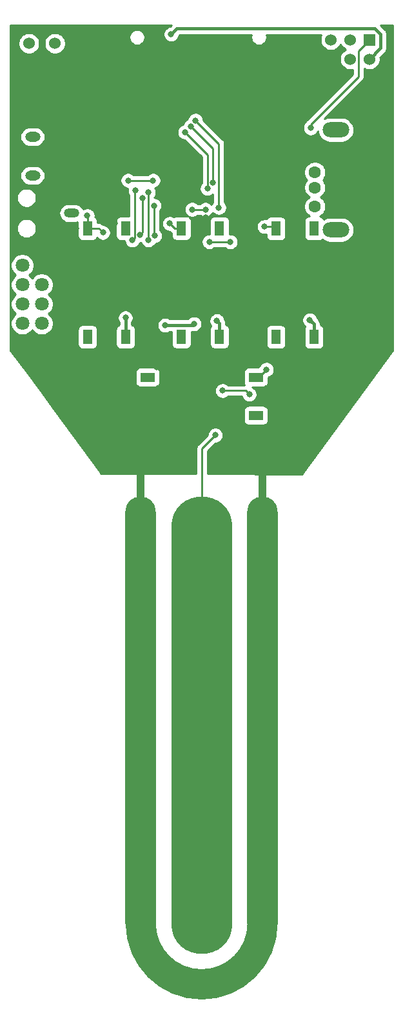
<source format=gbl>
G04 #@! TF.GenerationSoftware,KiCad,Pcbnew,(5.1.9-0-10_14)*
G04 #@! TF.CreationDate,2021-04-26T19:25:28+02:00*
G04 #@! TF.ProjectId,Le_kube,4c655f6b-7562-4652-9e6b-696361645f70,rev?*
G04 #@! TF.SameCoordinates,Original*
G04 #@! TF.FileFunction,Copper,L2,Bot*
G04 #@! TF.FilePolarity,Positive*
%FSLAX46Y46*%
G04 Gerber Fmt 4.6, Leading zero omitted, Abs format (unit mm)*
G04 Created by KiCad (PCBNEW (5.1.9-0-10_14)) date 2021-04-26 19:25:28*
%MOMM*%
%LPD*%
G01*
G04 APERTURE LIST*
G04 #@! TA.AperFunction,EtchedComponent*
%ADD10C,4.000000*%
G04 #@! TD*
G04 #@! TA.AperFunction,SMDPad,CuDef*
%ADD11R,1.300000X1.950000*%
G04 #@! TD*
G04 #@! TA.AperFunction,ComponentPad*
%ADD12O,3.500000X2.000000*%
G04 #@! TD*
G04 #@! TA.AperFunction,ComponentPad*
%ADD13C,1.600000*%
G04 #@! TD*
G04 #@! TA.AperFunction,ComponentPad*
%ADD14C,1.524000*%
G04 #@! TD*
G04 #@! TA.AperFunction,ComponentPad*
%ADD15R,1.524000X1.524000*%
G04 #@! TD*
G04 #@! TA.AperFunction,ComponentPad*
%ADD16R,1.800000X1.800000*%
G04 #@! TD*
G04 #@! TA.AperFunction,ComponentPad*
%ADD17C,1.800000*%
G04 #@! TD*
G04 #@! TA.AperFunction,SMDPad,CuDef*
%ADD18O,4.000000X58.000000*%
G04 #@! TD*
G04 #@! TA.AperFunction,SMDPad,CuDef*
%ADD19O,8.000000X60.000000*%
G04 #@! TD*
G04 #@! TA.AperFunction,ComponentPad*
%ADD20O,2.000000X1.300000*%
G04 #@! TD*
G04 #@! TA.AperFunction,SMDPad,CuDef*
%ADD21R,1.950000X1.300000*%
G04 #@! TD*
G04 #@! TA.AperFunction,ComponentPad*
%ADD22O,2.000000X1.200000*%
G04 #@! TD*
G04 #@! TA.AperFunction,ViaPad*
%ADD23C,0.800000*%
G04 #@! TD*
G04 #@! TA.AperFunction,Conductor*
%ADD24C,0.400000*%
G04 #@! TD*
G04 #@! TA.AperFunction,Conductor*
%ADD25C,1.000000*%
G04 #@! TD*
G04 #@! TA.AperFunction,Conductor*
%ADD26C,0.200000*%
G04 #@! TD*
G04 #@! TA.AperFunction,Conductor*
%ADD27C,0.250000*%
G04 #@! TD*
G04 #@! TA.AperFunction,Conductor*
%ADD28C,0.254000*%
G04 #@! TD*
G04 #@! TA.AperFunction,Conductor*
%ADD29C,0.150000*%
G04 #@! TD*
G04 APERTURE END LIST*
D10*
X92500000Y-173175000D02*
G75*
G03*
X108500000Y-173175000I8000000J0D01*
G01*
D11*
X115250000Y-96212000D03*
X115250000Y-81988000D03*
X110250000Y-96212000D03*
X110250000Y-81988000D03*
D12*
X118125000Y-69052000D03*
X118125000Y-82168000D03*
D13*
X115375000Y-72110000D03*
X115375000Y-74610000D03*
X115375000Y-76610000D03*
X115375000Y-79110000D03*
D14*
X117460000Y-59770000D03*
X117460000Y-57230000D03*
X120000000Y-59770000D03*
X120000000Y-57230000D03*
X122540000Y-59770000D03*
D15*
X122540000Y-57230000D03*
D16*
X79490000Y-86830000D03*
D17*
X79490000Y-89370000D03*
X79490000Y-91910000D03*
X79490000Y-94450000D03*
X76950000Y-86830000D03*
X76950000Y-89370000D03*
X76950000Y-91910000D03*
X76950000Y-94450000D03*
D18*
X92500000Y-146175000D03*
X108500000Y-146175000D03*
D19*
X100500000Y-147175000D03*
D11*
X102850000Y-96188000D03*
X102850000Y-81964000D03*
X97850000Y-96188000D03*
X97850000Y-81964000D03*
X90500000Y-96212000D03*
X90500000Y-81988000D03*
X85500000Y-96212000D03*
X85500000Y-81988000D03*
D20*
X78300000Y-75040000D03*
X78300000Y-69960000D03*
D21*
X93388000Y-106500000D03*
X107612000Y-106500000D03*
X93388000Y-101500000D03*
X107612000Y-101500000D03*
D14*
X77825000Y-57700000D03*
X81225000Y-57700000D03*
D22*
X83400000Y-81975000D03*
X83400000Y-79975000D03*
X83400000Y-77975000D03*
D23*
X99862347Y-74887653D03*
X98000000Y-108750000D03*
X94595000Y-100155000D03*
X122428000Y-64889998D03*
X106680000Y-66840000D03*
X108204000Y-66840000D03*
X109728000Y-66840000D03*
X105410000Y-71120000D03*
X85800000Y-57500000D03*
X104759314Y-95640686D03*
X96899999Y-62100001D03*
X94800000Y-62099996D03*
X104500000Y-62100001D03*
X100416767Y-62000000D03*
X106300000Y-62099996D03*
X109799994Y-62200000D03*
X100100000Y-91300000D03*
X100800000Y-108499990D03*
X104400000Y-108474990D03*
X89699996Y-61925000D03*
X85475000Y-62025000D03*
X77750000Y-61625002D03*
X84975000Y-67149992D03*
X92560000Y-104910000D03*
X101000000Y-80500000D03*
X111410000Y-79580000D03*
X89050000Y-81280000D03*
X96500000Y-56500000D03*
X90500000Y-93700000D03*
X114700000Y-94000000D03*
X102500000Y-94100000D03*
X95700000Y-94700000D03*
X99499996Y-94500000D03*
X109000000Y-100500000D03*
X94237347Y-78987347D03*
X104250000Y-83750000D03*
X101500000Y-83750000D03*
X94332052Y-82945299D03*
X106750000Y-103750000D03*
X103250000Y-103275000D03*
X91399978Y-83528317D03*
X91778193Y-77003193D03*
X102300000Y-109100000D03*
X114808000Y-68797000D03*
X90834314Y-75684314D03*
X94120346Y-75686346D03*
X99250000Y-79500006D03*
X101000000Y-79500000D03*
X87527103Y-82527103D03*
X85480000Y-80310000D03*
X96299999Y-81339010D03*
X108750000Y-81750000D03*
X93500000Y-77250000D03*
X93500000Y-83500000D03*
X92750000Y-78000000D03*
X92417940Y-82814010D03*
X99691757Y-67804818D03*
X102750000Y-79250000D03*
X101250000Y-76750000D03*
X98298000Y-69342000D03*
X102000000Y-76000000D03*
X99060000Y-68580000D03*
D24*
X94595000Y-100155000D02*
X94595000Y-100293000D01*
D25*
X108490000Y-109260000D02*
X109500000Y-108250000D01*
X108490000Y-139000000D02*
X108490000Y-109260000D01*
X108000000Y-139490000D02*
X108490000Y-139000000D01*
X92490000Y-110490000D02*
X90250000Y-108250000D01*
X92490000Y-139000000D02*
X92490000Y-110490000D01*
X92000000Y-139490000D02*
X92490000Y-139000000D01*
D26*
X115300000Y-96212000D02*
X115488000Y-96212000D01*
D24*
X124000000Y-58310000D02*
X122540000Y-59770000D01*
X124000000Y-56500000D02*
X124000000Y-58310000D01*
X123250000Y-55750000D02*
X124000000Y-56500000D01*
X97250000Y-55750000D02*
X123250000Y-55750000D01*
X96500000Y-56500000D02*
X97250000Y-55750000D01*
X90500000Y-93700000D02*
X90500000Y-96212000D01*
X115250000Y-94550000D02*
X114700000Y-94000000D01*
X115250000Y-96212000D02*
X115250000Y-94550000D01*
X102850000Y-94450000D02*
X102500000Y-94100000D01*
X102850000Y-96188000D02*
X102850000Y-94450000D01*
X95700000Y-94700000D02*
X99299996Y-94700000D01*
X99299996Y-94700000D02*
X99499996Y-94500000D01*
D27*
X108000000Y-101500000D02*
X109000000Y-100500000D01*
X107612000Y-101500000D02*
X108000000Y-101500000D01*
X101500000Y-83750000D02*
X104250000Y-83750000D01*
X94237347Y-78987347D02*
X94237347Y-82850594D01*
X94237347Y-82850594D02*
X94332052Y-82945299D01*
X106275000Y-103275000D02*
X103250000Y-103275000D01*
X106750000Y-103750000D02*
X106275000Y-103275000D01*
X91690693Y-77090693D02*
X91778193Y-77003193D01*
X91399978Y-83528317D02*
X91690693Y-83237602D01*
X91690693Y-83237602D02*
X91690693Y-77090693D01*
X100510000Y-110890000D02*
X102300000Y-109100000D01*
X100510000Y-139980000D02*
X100510000Y-110890000D01*
X100000000Y-140490000D02*
X100510000Y-139980000D01*
X121087001Y-58682999D02*
X121087001Y-62046999D01*
X122540000Y-57230000D02*
X121087001Y-58682999D01*
X114808000Y-68326000D02*
X114808000Y-68797000D01*
X121087001Y-62046999D02*
X114808000Y-68326000D01*
X94118314Y-75684314D02*
X94120346Y-75686346D01*
X90834314Y-75684314D02*
X94118314Y-75684314D01*
X99250006Y-79500000D02*
X99250000Y-79500006D01*
X101000000Y-79500000D02*
X99250006Y-79500000D01*
X86988000Y-81988000D02*
X87527103Y-82527103D01*
X85500000Y-81988000D02*
X86988000Y-81988000D01*
X85500000Y-80330000D02*
X85480000Y-80310000D01*
X85500000Y-81988000D02*
X85500000Y-80330000D01*
X97850000Y-81964000D02*
X96924989Y-81964000D01*
X96924989Y-81964000D02*
X96299999Y-81339010D01*
X110012000Y-81750000D02*
X110250000Y-81988000D01*
X108750000Y-81750000D02*
X110012000Y-81750000D01*
X93500000Y-77250000D02*
X93500000Y-83500000D01*
X92750000Y-78000000D02*
X92750000Y-82481950D01*
X92750000Y-82481950D02*
X92417940Y-82814010D01*
X102750000Y-79250000D02*
X102750000Y-70863061D01*
X102750000Y-70863061D02*
X99691757Y-67804818D01*
X101250000Y-72294000D02*
X98298000Y-69342000D01*
X101250000Y-76750000D02*
X101250000Y-72294000D01*
X102000000Y-76000000D02*
X102000000Y-71520000D01*
X102000000Y-71520000D02*
X99060000Y-68580000D01*
D28*
X96343225Y-55475907D02*
X96198102Y-55504774D01*
X96009744Y-55582795D01*
X95840226Y-55696063D01*
X95696063Y-55840226D01*
X95582795Y-56009744D01*
X95504774Y-56198102D01*
X95465000Y-56398061D01*
X95465000Y-56601939D01*
X95504774Y-56801898D01*
X95582795Y-56990256D01*
X95696063Y-57159774D01*
X95840226Y-57303937D01*
X96009744Y-57417205D01*
X96198102Y-57495226D01*
X96398061Y-57535000D01*
X96601939Y-57535000D01*
X96801898Y-57495226D01*
X96990256Y-57417205D01*
X97159774Y-57303937D01*
X97303937Y-57159774D01*
X97417205Y-56990256D01*
X97495226Y-56801898D01*
X97524093Y-56656775D01*
X97595868Y-56585000D01*
X107010201Y-56585000D01*
X107004774Y-56598102D01*
X106965000Y-56798061D01*
X106965000Y-57001939D01*
X107004774Y-57201898D01*
X107082795Y-57390256D01*
X107196063Y-57559774D01*
X107340226Y-57703937D01*
X107509744Y-57817205D01*
X107698102Y-57895226D01*
X107898061Y-57935000D01*
X108101939Y-57935000D01*
X108301898Y-57895226D01*
X108490256Y-57817205D01*
X108659774Y-57703937D01*
X108803937Y-57559774D01*
X108917205Y-57390256D01*
X108995226Y-57201898D01*
X109035000Y-57001939D01*
X109035000Y-56798061D01*
X108995226Y-56598102D01*
X108989799Y-56585000D01*
X116215066Y-56585000D01*
X116116686Y-56822510D01*
X116063000Y-57092408D01*
X116063000Y-57367592D01*
X116116686Y-57637490D01*
X116221995Y-57891727D01*
X116374880Y-58120535D01*
X116569465Y-58315120D01*
X116798273Y-58468005D01*
X117052510Y-58573314D01*
X117322408Y-58627000D01*
X117597592Y-58627000D01*
X117867490Y-58573314D01*
X118121727Y-58468005D01*
X118350535Y-58315120D01*
X118545120Y-58120535D01*
X118698005Y-57891727D01*
X118730000Y-57814485D01*
X118761995Y-57891727D01*
X118914880Y-58120535D01*
X119109465Y-58315120D01*
X119338273Y-58468005D01*
X119415515Y-58500000D01*
X119338273Y-58531995D01*
X119109465Y-58684880D01*
X118914880Y-58879465D01*
X118761995Y-59108273D01*
X118656686Y-59362510D01*
X118603000Y-59632408D01*
X118603000Y-59907592D01*
X118656686Y-60177490D01*
X118761995Y-60431727D01*
X118914880Y-60660535D01*
X119109465Y-60855120D01*
X119338273Y-61008005D01*
X119592510Y-61113314D01*
X119862408Y-61167000D01*
X120137592Y-61167000D01*
X120327002Y-61129324D01*
X120327002Y-61732196D01*
X114297003Y-67762196D01*
X114267999Y-67785999D01*
X114231070Y-67830998D01*
X114173026Y-67901724D01*
X114145189Y-67953803D01*
X114102454Y-68033754D01*
X114100242Y-68041047D01*
X114004063Y-68137226D01*
X113890795Y-68306744D01*
X113812774Y-68495102D01*
X113773000Y-68695061D01*
X113773000Y-68898939D01*
X113812774Y-69098898D01*
X113890795Y-69287256D01*
X114004063Y-69456774D01*
X114148226Y-69600937D01*
X114317744Y-69714205D01*
X114506102Y-69792226D01*
X114706061Y-69832000D01*
X114909939Y-69832000D01*
X115109898Y-69792226D01*
X115298256Y-69714205D01*
X115467774Y-69600937D01*
X115611937Y-69456774D01*
X115725205Y-69287256D01*
X115749486Y-69228637D01*
X115763657Y-69372516D01*
X115857148Y-69680715D01*
X116008969Y-69964752D01*
X116213286Y-70213714D01*
X116462248Y-70418031D01*
X116746285Y-70569852D01*
X117054484Y-70663343D01*
X117294678Y-70687000D01*
X118955322Y-70687000D01*
X119195516Y-70663343D01*
X119503715Y-70569852D01*
X119787752Y-70418031D01*
X120036714Y-70213714D01*
X120241031Y-69964752D01*
X120392852Y-69680715D01*
X120486343Y-69372516D01*
X120517911Y-69052000D01*
X120486343Y-68731484D01*
X120392852Y-68423285D01*
X120241031Y-68139248D01*
X120036714Y-67890286D01*
X119787752Y-67685969D01*
X119503715Y-67534148D01*
X119195516Y-67440657D01*
X118955322Y-67417000D01*
X117294678Y-67417000D01*
X117054484Y-67440657D01*
X116746285Y-67534148D01*
X116592400Y-67616401D01*
X121598004Y-62610798D01*
X121627002Y-62587000D01*
X121721975Y-62471275D01*
X121792547Y-62339246D01*
X121836004Y-62195985D01*
X121847001Y-62084332D01*
X121847001Y-62084323D01*
X121850677Y-62047000D01*
X121847001Y-62009677D01*
X121847001Y-60987110D01*
X121878273Y-61008005D01*
X122132510Y-61113314D01*
X122402408Y-61167000D01*
X122677592Y-61167000D01*
X122947490Y-61113314D01*
X123201727Y-61008005D01*
X123430535Y-60855120D01*
X123625120Y-60660535D01*
X123778005Y-60431727D01*
X123883314Y-60177490D01*
X123937000Y-59907592D01*
X123937000Y-59632408D01*
X123923969Y-59566899D01*
X124561432Y-58929437D01*
X124593291Y-58903291D01*
X124697636Y-58776146D01*
X124775172Y-58631087D01*
X124822918Y-58473689D01*
X124835000Y-58351019D01*
X124839040Y-58310000D01*
X124835000Y-58268982D01*
X124835000Y-56541018D01*
X124839040Y-56499999D01*
X124822918Y-56336311D01*
X124775172Y-56178913D01*
X124697636Y-56033854D01*
X124619439Y-55938571D01*
X124593291Y-55906709D01*
X124561427Y-55880559D01*
X123990867Y-55310000D01*
X125590001Y-55310000D01*
X125590000Y-97942170D01*
X113889120Y-113864256D01*
X113856800Y-113903638D01*
X113831316Y-113951316D01*
X113803733Y-113997795D01*
X113798412Y-114012875D01*
X113790872Y-114026981D01*
X113775176Y-114078723D01*
X113757194Y-114129683D01*
X113754918Y-114145506D01*
X113750273Y-114160817D01*
X113744974Y-114214624D01*
X113742856Y-114229344D01*
X101270000Y-114177546D01*
X101270000Y-111204801D01*
X102339802Y-110135000D01*
X102401939Y-110135000D01*
X102601898Y-110095226D01*
X102790256Y-110017205D01*
X102959774Y-109903937D01*
X103103937Y-109759774D01*
X103217205Y-109590256D01*
X103295226Y-109401898D01*
X103335000Y-109201939D01*
X103335000Y-108998061D01*
X103295226Y-108798102D01*
X103217205Y-108609744D01*
X103103937Y-108440226D01*
X102959774Y-108296063D01*
X102790256Y-108182795D01*
X102601898Y-108104774D01*
X102401939Y-108065000D01*
X102198061Y-108065000D01*
X101998102Y-108104774D01*
X101809744Y-108182795D01*
X101640226Y-108296063D01*
X101496063Y-108440226D01*
X101382795Y-108609744D01*
X101304774Y-108798102D01*
X101265000Y-108998061D01*
X101265000Y-109060198D01*
X99998998Y-110326201D01*
X99970000Y-110349999D01*
X99946202Y-110378997D01*
X99946201Y-110378998D01*
X99875026Y-110465724D01*
X99804454Y-110597754D01*
X99760998Y-110741015D01*
X99746324Y-110890000D01*
X99750001Y-110927333D01*
X99750001Y-114171234D01*
X87239135Y-114119278D01*
X87224824Y-114078722D01*
X87209128Y-114026980D01*
X87201588Y-114012874D01*
X87196267Y-113997794D01*
X87168684Y-113951315D01*
X87143200Y-113903637D01*
X87110883Y-113864259D01*
X81221335Y-105850000D01*
X105998928Y-105850000D01*
X105998928Y-107150000D01*
X106011188Y-107274482D01*
X106047498Y-107394180D01*
X106106463Y-107504494D01*
X106185815Y-107601185D01*
X106282506Y-107680537D01*
X106392820Y-107739502D01*
X106512518Y-107775812D01*
X106637000Y-107788072D01*
X108587000Y-107788072D01*
X108711482Y-107775812D01*
X108831180Y-107739502D01*
X108941494Y-107680537D01*
X109038185Y-107601185D01*
X109117537Y-107504494D01*
X109176502Y-107394180D01*
X109212812Y-107274482D01*
X109225072Y-107150000D01*
X109225072Y-105850000D01*
X109212812Y-105725518D01*
X109176502Y-105605820D01*
X109117537Y-105495506D01*
X109038185Y-105398815D01*
X108941494Y-105319463D01*
X108831180Y-105260498D01*
X108711482Y-105224188D01*
X108587000Y-105211928D01*
X106637000Y-105211928D01*
X106512518Y-105224188D01*
X106392820Y-105260498D01*
X106282506Y-105319463D01*
X106185815Y-105398815D01*
X106106463Y-105495506D01*
X106047498Y-105605820D01*
X106011188Y-105725518D01*
X105998928Y-105850000D01*
X81221335Y-105850000D01*
X79254095Y-103173061D01*
X102215000Y-103173061D01*
X102215000Y-103376939D01*
X102254774Y-103576898D01*
X102332795Y-103765256D01*
X102446063Y-103934774D01*
X102590226Y-104078937D01*
X102759744Y-104192205D01*
X102948102Y-104270226D01*
X103148061Y-104310000D01*
X103351939Y-104310000D01*
X103551898Y-104270226D01*
X103740256Y-104192205D01*
X103909774Y-104078937D01*
X103953711Y-104035000D01*
X105751413Y-104035000D01*
X105754774Y-104051898D01*
X105832795Y-104240256D01*
X105946063Y-104409774D01*
X106090226Y-104553937D01*
X106259744Y-104667205D01*
X106448102Y-104745226D01*
X106648061Y-104785000D01*
X106851939Y-104785000D01*
X107051898Y-104745226D01*
X107240256Y-104667205D01*
X107409774Y-104553937D01*
X107553937Y-104409774D01*
X107667205Y-104240256D01*
X107745226Y-104051898D01*
X107785000Y-103851939D01*
X107785000Y-103648061D01*
X107745226Y-103448102D01*
X107667205Y-103259744D01*
X107553937Y-103090226D01*
X107409774Y-102946063D01*
X107240256Y-102832795D01*
X107132286Y-102788072D01*
X108587000Y-102788072D01*
X108711482Y-102775812D01*
X108831180Y-102739502D01*
X108941494Y-102680537D01*
X109038185Y-102601185D01*
X109117537Y-102504494D01*
X109176502Y-102394180D01*
X109212812Y-102274482D01*
X109225072Y-102150000D01*
X109225072Y-101510508D01*
X109301898Y-101495226D01*
X109490256Y-101417205D01*
X109659774Y-101303937D01*
X109803937Y-101159774D01*
X109917205Y-100990256D01*
X109995226Y-100801898D01*
X110035000Y-100601939D01*
X110035000Y-100398061D01*
X109995226Y-100198102D01*
X109917205Y-100009744D01*
X109803937Y-99840226D01*
X109659774Y-99696063D01*
X109490256Y-99582795D01*
X109301898Y-99504774D01*
X109101939Y-99465000D01*
X108898061Y-99465000D01*
X108698102Y-99504774D01*
X108509744Y-99582795D01*
X108340226Y-99696063D01*
X108196063Y-99840226D01*
X108082795Y-100009744D01*
X108004774Y-100198102D01*
X108002024Y-100211928D01*
X106637000Y-100211928D01*
X106512518Y-100224188D01*
X106392820Y-100260498D01*
X106282506Y-100319463D01*
X106185815Y-100398815D01*
X106106463Y-100495506D01*
X106047498Y-100605820D01*
X106011188Y-100725518D01*
X105998928Y-100850000D01*
X105998928Y-102150000D01*
X106011188Y-102274482D01*
X106047498Y-102394180D01*
X106106463Y-102504494D01*
X106115085Y-102515000D01*
X103953711Y-102515000D01*
X103909774Y-102471063D01*
X103740256Y-102357795D01*
X103551898Y-102279774D01*
X103351939Y-102240000D01*
X103148061Y-102240000D01*
X102948102Y-102279774D01*
X102759744Y-102357795D01*
X102590226Y-102471063D01*
X102446063Y-102615226D01*
X102332795Y-102784744D01*
X102254774Y-102973102D01*
X102215000Y-103173061D01*
X79254095Y-103173061D01*
X77546915Y-100850000D01*
X91774928Y-100850000D01*
X91774928Y-102150000D01*
X91787188Y-102274482D01*
X91823498Y-102394180D01*
X91882463Y-102504494D01*
X91961815Y-102601185D01*
X92058506Y-102680537D01*
X92168820Y-102739502D01*
X92288518Y-102775812D01*
X92413000Y-102788072D01*
X94363000Y-102788072D01*
X94487482Y-102775812D01*
X94607180Y-102739502D01*
X94717494Y-102680537D01*
X94814185Y-102601185D01*
X94893537Y-102504494D01*
X94952502Y-102394180D01*
X94988812Y-102274482D01*
X95001072Y-102150000D01*
X95001072Y-100850000D01*
X94988812Y-100725518D01*
X94952502Y-100605820D01*
X94893537Y-100495506D01*
X94814185Y-100398815D01*
X94717494Y-100319463D01*
X94607180Y-100260498D01*
X94487482Y-100224188D01*
X94363000Y-100211928D01*
X92413000Y-100211928D01*
X92288518Y-100224188D01*
X92168820Y-100260498D01*
X92058506Y-100319463D01*
X91961815Y-100398815D01*
X91882463Y-100495506D01*
X91823498Y-100605820D01*
X91787188Y-100725518D01*
X91774928Y-100850000D01*
X77546915Y-100850000D01*
X75410000Y-97942173D01*
X75410000Y-86678816D01*
X75415000Y-86678816D01*
X75415000Y-86981184D01*
X75473989Y-87277743D01*
X75589701Y-87557095D01*
X75757688Y-87808505D01*
X75971495Y-88022312D01*
X76087763Y-88100000D01*
X75971495Y-88177688D01*
X75757688Y-88391495D01*
X75589701Y-88642905D01*
X75473989Y-88922257D01*
X75415000Y-89218816D01*
X75415000Y-89521184D01*
X75473989Y-89817743D01*
X75589701Y-90097095D01*
X75757688Y-90348505D01*
X75971495Y-90562312D01*
X76087763Y-90640000D01*
X75971495Y-90717688D01*
X75757688Y-90931495D01*
X75589701Y-91182905D01*
X75473989Y-91462257D01*
X75415000Y-91758816D01*
X75415000Y-92061184D01*
X75473989Y-92357743D01*
X75589701Y-92637095D01*
X75757688Y-92888505D01*
X75971495Y-93102312D01*
X76087763Y-93180000D01*
X75971495Y-93257688D01*
X75757688Y-93471495D01*
X75589701Y-93722905D01*
X75473989Y-94002257D01*
X75415000Y-94298816D01*
X75415000Y-94601184D01*
X75473989Y-94897743D01*
X75589701Y-95177095D01*
X75757688Y-95428505D01*
X75971495Y-95642312D01*
X76222905Y-95810299D01*
X76502257Y-95926011D01*
X76798816Y-95985000D01*
X77101184Y-95985000D01*
X77397743Y-95926011D01*
X77677095Y-95810299D01*
X77928505Y-95642312D01*
X78142312Y-95428505D01*
X78220000Y-95312237D01*
X78297688Y-95428505D01*
X78511495Y-95642312D01*
X78762905Y-95810299D01*
X79042257Y-95926011D01*
X79338816Y-95985000D01*
X79641184Y-95985000D01*
X79937743Y-95926011D01*
X80217095Y-95810299D01*
X80468505Y-95642312D01*
X80682312Y-95428505D01*
X80810271Y-95237000D01*
X84211928Y-95237000D01*
X84211928Y-97187000D01*
X84224188Y-97311482D01*
X84260498Y-97431180D01*
X84319463Y-97541494D01*
X84398815Y-97638185D01*
X84495506Y-97717537D01*
X84605820Y-97776502D01*
X84725518Y-97812812D01*
X84850000Y-97825072D01*
X86150000Y-97825072D01*
X86274482Y-97812812D01*
X86394180Y-97776502D01*
X86504494Y-97717537D01*
X86601185Y-97638185D01*
X86680537Y-97541494D01*
X86739502Y-97431180D01*
X86775812Y-97311482D01*
X86788072Y-97187000D01*
X86788072Y-95237000D01*
X89211928Y-95237000D01*
X89211928Y-97187000D01*
X89224188Y-97311482D01*
X89260498Y-97431180D01*
X89319463Y-97541494D01*
X89398815Y-97638185D01*
X89495506Y-97717537D01*
X89605820Y-97776502D01*
X89725518Y-97812812D01*
X89850000Y-97825072D01*
X91150000Y-97825072D01*
X91274482Y-97812812D01*
X91394180Y-97776502D01*
X91504494Y-97717537D01*
X91601185Y-97638185D01*
X91680537Y-97541494D01*
X91739502Y-97431180D01*
X91775812Y-97311482D01*
X91788072Y-97187000D01*
X91788072Y-95237000D01*
X91775812Y-95112518D01*
X91739502Y-94992820D01*
X91680537Y-94882506D01*
X91601185Y-94785815D01*
X91504494Y-94706463D01*
X91394180Y-94647498D01*
X91335000Y-94629546D01*
X91335000Y-94598061D01*
X94665000Y-94598061D01*
X94665000Y-94801939D01*
X94704774Y-95001898D01*
X94782795Y-95190256D01*
X94896063Y-95359774D01*
X95040226Y-95503937D01*
X95209744Y-95617205D01*
X95398102Y-95695226D01*
X95598061Y-95735000D01*
X95801939Y-95735000D01*
X96001898Y-95695226D01*
X96190256Y-95617205D01*
X96313285Y-95535000D01*
X96561928Y-95535000D01*
X96561928Y-97163000D01*
X96574188Y-97287482D01*
X96610498Y-97407180D01*
X96669463Y-97517494D01*
X96748815Y-97614185D01*
X96845506Y-97693537D01*
X96955820Y-97752502D01*
X97075518Y-97788812D01*
X97200000Y-97801072D01*
X98500000Y-97801072D01*
X98624482Y-97788812D01*
X98744180Y-97752502D01*
X98854494Y-97693537D01*
X98951185Y-97614185D01*
X99030537Y-97517494D01*
X99089502Y-97407180D01*
X99125812Y-97287482D01*
X99138072Y-97163000D01*
X99138072Y-95535000D01*
X99258978Y-95535000D01*
X99299996Y-95539040D01*
X99341014Y-95535000D01*
X99341015Y-95535000D01*
X99379166Y-95531242D01*
X99398057Y-95535000D01*
X99601935Y-95535000D01*
X99801894Y-95495226D01*
X99990252Y-95417205D01*
X100159770Y-95303937D01*
X100303933Y-95159774D01*
X100417201Y-94990256D01*
X100495222Y-94801898D01*
X100534996Y-94601939D01*
X100534996Y-94398061D01*
X100495222Y-94198102D01*
X100417201Y-94009744D01*
X100409395Y-93998061D01*
X101465000Y-93998061D01*
X101465000Y-94201939D01*
X101504774Y-94401898D01*
X101582795Y-94590256D01*
X101696063Y-94759774D01*
X101725957Y-94789668D01*
X101669463Y-94858506D01*
X101610498Y-94968820D01*
X101574188Y-95088518D01*
X101561928Y-95213000D01*
X101561928Y-97163000D01*
X101574188Y-97287482D01*
X101610498Y-97407180D01*
X101669463Y-97517494D01*
X101748815Y-97614185D01*
X101845506Y-97693537D01*
X101955820Y-97752502D01*
X102075518Y-97788812D01*
X102200000Y-97801072D01*
X103500000Y-97801072D01*
X103624482Y-97788812D01*
X103744180Y-97752502D01*
X103854494Y-97693537D01*
X103951185Y-97614185D01*
X104030537Y-97517494D01*
X104089502Y-97407180D01*
X104125812Y-97287482D01*
X104138072Y-97163000D01*
X104138072Y-95237000D01*
X108961928Y-95237000D01*
X108961928Y-97187000D01*
X108974188Y-97311482D01*
X109010498Y-97431180D01*
X109069463Y-97541494D01*
X109148815Y-97638185D01*
X109245506Y-97717537D01*
X109355820Y-97776502D01*
X109475518Y-97812812D01*
X109600000Y-97825072D01*
X110900000Y-97825072D01*
X111024482Y-97812812D01*
X111144180Y-97776502D01*
X111254494Y-97717537D01*
X111351185Y-97638185D01*
X111430537Y-97541494D01*
X111489502Y-97431180D01*
X111525812Y-97311482D01*
X111538072Y-97187000D01*
X111538072Y-95237000D01*
X111525812Y-95112518D01*
X111489502Y-94992820D01*
X111430537Y-94882506D01*
X111351185Y-94785815D01*
X111254494Y-94706463D01*
X111144180Y-94647498D01*
X111024482Y-94611188D01*
X110900000Y-94598928D01*
X109600000Y-94598928D01*
X109475518Y-94611188D01*
X109355820Y-94647498D01*
X109245506Y-94706463D01*
X109148815Y-94785815D01*
X109069463Y-94882506D01*
X109010498Y-94992820D01*
X108974188Y-95112518D01*
X108961928Y-95237000D01*
X104138072Y-95237000D01*
X104138072Y-95213000D01*
X104125812Y-95088518D01*
X104089502Y-94968820D01*
X104030537Y-94858506D01*
X103951185Y-94761815D01*
X103854494Y-94682463D01*
X103744180Y-94623498D01*
X103685000Y-94605546D01*
X103685000Y-94491018D01*
X103689040Y-94450000D01*
X103684302Y-94401898D01*
X103672918Y-94286311D01*
X103625172Y-94128913D01*
X103547636Y-93983854D01*
X103527228Y-93958986D01*
X103515110Y-93898061D01*
X113665000Y-93898061D01*
X113665000Y-94101939D01*
X113704774Y-94301898D01*
X113782795Y-94490256D01*
X113896063Y-94659774D01*
X114040226Y-94803937D01*
X114100753Y-94844379D01*
X114069463Y-94882506D01*
X114010498Y-94992820D01*
X113974188Y-95112518D01*
X113961928Y-95237000D01*
X113961928Y-97187000D01*
X113974188Y-97311482D01*
X114010498Y-97431180D01*
X114069463Y-97541494D01*
X114148815Y-97638185D01*
X114245506Y-97717537D01*
X114355820Y-97776502D01*
X114475518Y-97812812D01*
X114600000Y-97825072D01*
X115900000Y-97825072D01*
X116024482Y-97812812D01*
X116144180Y-97776502D01*
X116254494Y-97717537D01*
X116351185Y-97638185D01*
X116430537Y-97541494D01*
X116489502Y-97431180D01*
X116525812Y-97311482D01*
X116538072Y-97187000D01*
X116538072Y-95237000D01*
X116525812Y-95112518D01*
X116489502Y-94992820D01*
X116430537Y-94882506D01*
X116351185Y-94785815D01*
X116254494Y-94706463D01*
X116144180Y-94647498D01*
X116085000Y-94629546D01*
X116085000Y-94591007D01*
X116089039Y-94549999D01*
X116085000Y-94508991D01*
X116085000Y-94508981D01*
X116072918Y-94386311D01*
X116025172Y-94228913D01*
X115947636Y-94083854D01*
X115843291Y-93956709D01*
X115811421Y-93930554D01*
X115724093Y-93843226D01*
X115695226Y-93698102D01*
X115617205Y-93509744D01*
X115503937Y-93340226D01*
X115359774Y-93196063D01*
X115190256Y-93082795D01*
X115001898Y-93004774D01*
X114801939Y-92965000D01*
X114598061Y-92965000D01*
X114398102Y-93004774D01*
X114209744Y-93082795D01*
X114040226Y-93196063D01*
X113896063Y-93340226D01*
X113782795Y-93509744D01*
X113704774Y-93698102D01*
X113665000Y-93898061D01*
X103515110Y-93898061D01*
X103495226Y-93798102D01*
X103417205Y-93609744D01*
X103303937Y-93440226D01*
X103159774Y-93296063D01*
X102990256Y-93182795D01*
X102801898Y-93104774D01*
X102601939Y-93065000D01*
X102398061Y-93065000D01*
X102198102Y-93104774D01*
X102009744Y-93182795D01*
X101840226Y-93296063D01*
X101696063Y-93440226D01*
X101582795Y-93609744D01*
X101504774Y-93798102D01*
X101465000Y-93998061D01*
X100409395Y-93998061D01*
X100303933Y-93840226D01*
X100159770Y-93696063D01*
X99990252Y-93582795D01*
X99801894Y-93504774D01*
X99601935Y-93465000D01*
X99398057Y-93465000D01*
X99198098Y-93504774D01*
X99009740Y-93582795D01*
X98840222Y-93696063D01*
X98696059Y-93840226D01*
X98679506Y-93865000D01*
X96313285Y-93865000D01*
X96190256Y-93782795D01*
X96001898Y-93704774D01*
X95801939Y-93665000D01*
X95598061Y-93665000D01*
X95398102Y-93704774D01*
X95209744Y-93782795D01*
X95040226Y-93896063D01*
X94896063Y-94040226D01*
X94782795Y-94209744D01*
X94704774Y-94398102D01*
X94665000Y-94598061D01*
X91335000Y-94598061D01*
X91335000Y-94313285D01*
X91417205Y-94190256D01*
X91495226Y-94001898D01*
X91535000Y-93801939D01*
X91535000Y-93598061D01*
X91495226Y-93398102D01*
X91417205Y-93209744D01*
X91303937Y-93040226D01*
X91159774Y-92896063D01*
X90990256Y-92782795D01*
X90801898Y-92704774D01*
X90601939Y-92665000D01*
X90398061Y-92665000D01*
X90198102Y-92704774D01*
X90009744Y-92782795D01*
X89840226Y-92896063D01*
X89696063Y-93040226D01*
X89582795Y-93209744D01*
X89504774Y-93398102D01*
X89465000Y-93598061D01*
X89465000Y-93801939D01*
X89504774Y-94001898D01*
X89582795Y-94190256D01*
X89665000Y-94313285D01*
X89665000Y-94629546D01*
X89605820Y-94647498D01*
X89495506Y-94706463D01*
X89398815Y-94785815D01*
X89319463Y-94882506D01*
X89260498Y-94992820D01*
X89224188Y-95112518D01*
X89211928Y-95237000D01*
X86788072Y-95237000D01*
X86775812Y-95112518D01*
X86739502Y-94992820D01*
X86680537Y-94882506D01*
X86601185Y-94785815D01*
X86504494Y-94706463D01*
X86394180Y-94647498D01*
X86274482Y-94611188D01*
X86150000Y-94598928D01*
X84850000Y-94598928D01*
X84725518Y-94611188D01*
X84605820Y-94647498D01*
X84495506Y-94706463D01*
X84398815Y-94785815D01*
X84319463Y-94882506D01*
X84260498Y-94992820D01*
X84224188Y-95112518D01*
X84211928Y-95237000D01*
X80810271Y-95237000D01*
X80850299Y-95177095D01*
X80966011Y-94897743D01*
X81025000Y-94601184D01*
X81025000Y-94298816D01*
X80966011Y-94002257D01*
X80850299Y-93722905D01*
X80682312Y-93471495D01*
X80468505Y-93257688D01*
X80352237Y-93180000D01*
X80468505Y-93102312D01*
X80682312Y-92888505D01*
X80850299Y-92637095D01*
X80966011Y-92357743D01*
X81025000Y-92061184D01*
X81025000Y-91758816D01*
X80966011Y-91462257D01*
X80850299Y-91182905D01*
X80682312Y-90931495D01*
X80468505Y-90717688D01*
X80352237Y-90640000D01*
X80468505Y-90562312D01*
X80682312Y-90348505D01*
X80850299Y-90097095D01*
X80966011Y-89817743D01*
X81025000Y-89521184D01*
X81025000Y-89218816D01*
X80966011Y-88922257D01*
X80850299Y-88642905D01*
X80682312Y-88391495D01*
X80468505Y-88177688D01*
X80217095Y-88009701D01*
X79937743Y-87893989D01*
X79641184Y-87835000D01*
X79338816Y-87835000D01*
X79042257Y-87893989D01*
X78762905Y-88009701D01*
X78511495Y-88177688D01*
X78297688Y-88391495D01*
X78220000Y-88507763D01*
X78142312Y-88391495D01*
X77928505Y-88177688D01*
X77812237Y-88100000D01*
X77928505Y-88022312D01*
X78142312Y-87808505D01*
X78310299Y-87557095D01*
X78426011Y-87277743D01*
X78485000Y-86981184D01*
X78485000Y-86678816D01*
X78426011Y-86382257D01*
X78310299Y-86102905D01*
X78142312Y-85851495D01*
X77928505Y-85637688D01*
X77677095Y-85469701D01*
X77397743Y-85353989D01*
X77101184Y-85295000D01*
X76798816Y-85295000D01*
X76502257Y-85353989D01*
X76222905Y-85469701D01*
X75971495Y-85637688D01*
X75757688Y-85851495D01*
X75589701Y-86102905D01*
X75473989Y-86382257D01*
X75415000Y-86678816D01*
X75410000Y-86678816D01*
X75410000Y-81848439D01*
X76215000Y-81848439D01*
X76215000Y-82101561D01*
X76264381Y-82349821D01*
X76361247Y-82583676D01*
X76501875Y-82794140D01*
X76680860Y-82973125D01*
X76891324Y-83113753D01*
X77125179Y-83210619D01*
X77373439Y-83260000D01*
X77626561Y-83260000D01*
X77874821Y-83210619D01*
X78108676Y-83113753D01*
X78319140Y-82973125D01*
X78498125Y-82794140D01*
X78638753Y-82583676D01*
X78735619Y-82349821D01*
X78785000Y-82101561D01*
X78785000Y-81848439D01*
X78735619Y-81600179D01*
X78638753Y-81366324D01*
X78498125Y-81155860D01*
X78319140Y-80976875D01*
X78108676Y-80836247D01*
X77874821Y-80739381D01*
X77626561Y-80690000D01*
X77373439Y-80690000D01*
X77125179Y-80739381D01*
X76891324Y-80836247D01*
X76680860Y-80976875D01*
X76501875Y-81155860D01*
X76361247Y-81366324D01*
X76264381Y-81600179D01*
X76215000Y-81848439D01*
X75410000Y-81848439D01*
X75410000Y-79975000D01*
X81759025Y-79975000D01*
X81782870Y-80217102D01*
X81853489Y-80449901D01*
X81968167Y-80664449D01*
X82122498Y-80852502D01*
X82310551Y-81006833D01*
X82525099Y-81121511D01*
X82757898Y-81192130D01*
X82939335Y-81210000D01*
X83860665Y-81210000D01*
X84042102Y-81192130D01*
X84211928Y-81140614D01*
X84211928Y-82963000D01*
X84224188Y-83087482D01*
X84260498Y-83207180D01*
X84319463Y-83317494D01*
X84398815Y-83414185D01*
X84495506Y-83493537D01*
X84605820Y-83552502D01*
X84725518Y-83588812D01*
X84850000Y-83601072D01*
X86150000Y-83601072D01*
X86274482Y-83588812D01*
X86394180Y-83552502D01*
X86504494Y-83493537D01*
X86601185Y-83414185D01*
X86680537Y-83317494D01*
X86739502Y-83207180D01*
X86740425Y-83204136D01*
X86867329Y-83331040D01*
X87036847Y-83444308D01*
X87225205Y-83522329D01*
X87425164Y-83562103D01*
X87629042Y-83562103D01*
X87829001Y-83522329D01*
X88017359Y-83444308D01*
X88186877Y-83331040D01*
X88331040Y-83186877D01*
X88444308Y-83017359D01*
X88522329Y-82829001D01*
X88562103Y-82629042D01*
X88562103Y-82425164D01*
X88522329Y-82225205D01*
X88444308Y-82036847D01*
X88331040Y-81867329D01*
X88186877Y-81723166D01*
X88017359Y-81609898D01*
X87829001Y-81531877D01*
X87629042Y-81492103D01*
X87566904Y-81492103D01*
X87551803Y-81477002D01*
X87528001Y-81447999D01*
X87412276Y-81353026D01*
X87280247Y-81282454D01*
X87136986Y-81238997D01*
X87025333Y-81228000D01*
X87025322Y-81228000D01*
X86988000Y-81224324D01*
X86950678Y-81228000D01*
X86788072Y-81228000D01*
X86788072Y-81013000D01*
X89211928Y-81013000D01*
X89211928Y-82963000D01*
X89224188Y-83087482D01*
X89260498Y-83207180D01*
X89319463Y-83317494D01*
X89398815Y-83414185D01*
X89495506Y-83493537D01*
X89605820Y-83552502D01*
X89725518Y-83588812D01*
X89850000Y-83601072D01*
X90364978Y-83601072D01*
X90364978Y-83630256D01*
X90404752Y-83830215D01*
X90482773Y-84018573D01*
X90596041Y-84188091D01*
X90740204Y-84332254D01*
X90909722Y-84445522D01*
X91098080Y-84523543D01*
X91298039Y-84563317D01*
X91501917Y-84563317D01*
X91701876Y-84523543D01*
X91890234Y-84445522D01*
X92059752Y-84332254D01*
X92203915Y-84188091D01*
X92317183Y-84018573D01*
X92387419Y-83849010D01*
X92519879Y-83849010D01*
X92523953Y-83848200D01*
X92582795Y-83990256D01*
X92696063Y-84159774D01*
X92840226Y-84303937D01*
X93009744Y-84417205D01*
X93198102Y-84495226D01*
X93398061Y-84535000D01*
X93601939Y-84535000D01*
X93801898Y-84495226D01*
X93990256Y-84417205D01*
X94159774Y-84303937D01*
X94303937Y-84159774D01*
X94417205Y-83990256D01*
X94421329Y-83980299D01*
X94433991Y-83980299D01*
X94633950Y-83940525D01*
X94822308Y-83862504D01*
X94991826Y-83749236D01*
X95093001Y-83648061D01*
X100465000Y-83648061D01*
X100465000Y-83851939D01*
X100504774Y-84051898D01*
X100582795Y-84240256D01*
X100696063Y-84409774D01*
X100840226Y-84553937D01*
X101009744Y-84667205D01*
X101198102Y-84745226D01*
X101398061Y-84785000D01*
X101601939Y-84785000D01*
X101801898Y-84745226D01*
X101990256Y-84667205D01*
X102159774Y-84553937D01*
X102203711Y-84510000D01*
X103546289Y-84510000D01*
X103590226Y-84553937D01*
X103759744Y-84667205D01*
X103948102Y-84745226D01*
X104148061Y-84785000D01*
X104351939Y-84785000D01*
X104551898Y-84745226D01*
X104740256Y-84667205D01*
X104909774Y-84553937D01*
X105053937Y-84409774D01*
X105167205Y-84240256D01*
X105245226Y-84051898D01*
X105285000Y-83851939D01*
X105285000Y-83648061D01*
X105245226Y-83448102D01*
X105167205Y-83259744D01*
X105053937Y-83090226D01*
X104909774Y-82946063D01*
X104740256Y-82832795D01*
X104551898Y-82754774D01*
X104351939Y-82715000D01*
X104148061Y-82715000D01*
X104138072Y-82716987D01*
X104138072Y-81648061D01*
X107715000Y-81648061D01*
X107715000Y-81851939D01*
X107754774Y-82051898D01*
X107832795Y-82240256D01*
X107946063Y-82409774D01*
X108090226Y-82553937D01*
X108259744Y-82667205D01*
X108448102Y-82745226D01*
X108648061Y-82785000D01*
X108851939Y-82785000D01*
X108961928Y-82763122D01*
X108961928Y-82963000D01*
X108974188Y-83087482D01*
X109010498Y-83207180D01*
X109069463Y-83317494D01*
X109148815Y-83414185D01*
X109245506Y-83493537D01*
X109355820Y-83552502D01*
X109475518Y-83588812D01*
X109600000Y-83601072D01*
X110900000Y-83601072D01*
X111024482Y-83588812D01*
X111144180Y-83552502D01*
X111254494Y-83493537D01*
X111351185Y-83414185D01*
X111430537Y-83317494D01*
X111489502Y-83207180D01*
X111525812Y-83087482D01*
X111538072Y-82963000D01*
X111538072Y-81013000D01*
X111525812Y-80888518D01*
X111489502Y-80768820D01*
X111430537Y-80658506D01*
X111351185Y-80561815D01*
X111254494Y-80482463D01*
X111144180Y-80423498D01*
X111024482Y-80387188D01*
X110900000Y-80374928D01*
X109600000Y-80374928D01*
X109475518Y-80387188D01*
X109355820Y-80423498D01*
X109245506Y-80482463D01*
X109148815Y-80561815D01*
X109069463Y-80658506D01*
X109021263Y-80748680D01*
X108851939Y-80715000D01*
X108648061Y-80715000D01*
X108448102Y-80754774D01*
X108259744Y-80832795D01*
X108090226Y-80946063D01*
X107946063Y-81090226D01*
X107832795Y-81259744D01*
X107754774Y-81448102D01*
X107715000Y-81648061D01*
X104138072Y-81648061D01*
X104138072Y-80989000D01*
X104125812Y-80864518D01*
X104089502Y-80744820D01*
X104030537Y-80634506D01*
X103951185Y-80537815D01*
X103854494Y-80458463D01*
X103744180Y-80399498D01*
X103624482Y-80363188D01*
X103500000Y-80350928D01*
X102200000Y-80350928D01*
X102075518Y-80363188D01*
X101955820Y-80399498D01*
X101845506Y-80458463D01*
X101748815Y-80537815D01*
X101669463Y-80634506D01*
X101610498Y-80744820D01*
X101574188Y-80864518D01*
X101561928Y-80989000D01*
X101561928Y-82715000D01*
X101398061Y-82715000D01*
X101198102Y-82754774D01*
X101009744Y-82832795D01*
X100840226Y-82946063D01*
X100696063Y-83090226D01*
X100582795Y-83259744D01*
X100504774Y-83448102D01*
X100465000Y-83648061D01*
X95093001Y-83648061D01*
X95135989Y-83605073D01*
X95249257Y-83435555D01*
X95327278Y-83247197D01*
X95367052Y-83047238D01*
X95367052Y-82843360D01*
X95327278Y-82643401D01*
X95249257Y-82455043D01*
X95135989Y-82285525D01*
X94997347Y-82146883D01*
X94997347Y-81237071D01*
X95264999Y-81237071D01*
X95264999Y-81440949D01*
X95304773Y-81640908D01*
X95382794Y-81829266D01*
X95496062Y-81998784D01*
X95640225Y-82142947D01*
X95809743Y-82256215D01*
X95998101Y-82334236D01*
X96198060Y-82374010D01*
X96260197Y-82374010D01*
X96361189Y-82475002D01*
X96384988Y-82504001D01*
X96500713Y-82598974D01*
X96561928Y-82631695D01*
X96561928Y-82939000D01*
X96574188Y-83063482D01*
X96610498Y-83183180D01*
X96669463Y-83293494D01*
X96748815Y-83390185D01*
X96845506Y-83469537D01*
X96955820Y-83528502D01*
X97075518Y-83564812D01*
X97200000Y-83577072D01*
X98500000Y-83577072D01*
X98624482Y-83564812D01*
X98744180Y-83528502D01*
X98854494Y-83469537D01*
X98951185Y-83390185D01*
X99030537Y-83293494D01*
X99089502Y-83183180D01*
X99125812Y-83063482D01*
X99138072Y-82939000D01*
X99138072Y-80989000D01*
X99125812Y-80864518D01*
X99089502Y-80744820D01*
X99030537Y-80634506D01*
X98951185Y-80537815D01*
X98854494Y-80458463D01*
X98837828Y-80449555D01*
X98948102Y-80495232D01*
X99148061Y-80535006D01*
X99351939Y-80535006D01*
X99551898Y-80495232D01*
X99740256Y-80417211D01*
X99909774Y-80303943D01*
X99953717Y-80260000D01*
X100296289Y-80260000D01*
X100340226Y-80303937D01*
X100509744Y-80417205D01*
X100698102Y-80495226D01*
X100898061Y-80535000D01*
X101101939Y-80535000D01*
X101301898Y-80495226D01*
X101490256Y-80417205D01*
X101659774Y-80303937D01*
X101803937Y-80159774D01*
X101917205Y-79990256D01*
X101949230Y-79912941D01*
X102090226Y-80053937D01*
X102259744Y-80167205D01*
X102448102Y-80245226D01*
X102648061Y-80285000D01*
X102851939Y-80285000D01*
X103051898Y-80245226D01*
X103240256Y-80167205D01*
X103409774Y-80053937D01*
X103553937Y-79909774D01*
X103667205Y-79740256D01*
X103745226Y-79551898D01*
X103785000Y-79351939D01*
X103785000Y-79148061D01*
X103745226Y-78948102D01*
X103667205Y-78759744D01*
X103553937Y-78590226D01*
X103510000Y-78546289D01*
X103510000Y-74468665D01*
X113940000Y-74468665D01*
X113940000Y-74751335D01*
X113995147Y-75028574D01*
X114103320Y-75289727D01*
X114260363Y-75524759D01*
X114345604Y-75610000D01*
X114260363Y-75695241D01*
X114103320Y-75930273D01*
X113995147Y-76191426D01*
X113940000Y-76468665D01*
X113940000Y-76751335D01*
X113995147Y-77028574D01*
X114103320Y-77289727D01*
X114260363Y-77524759D01*
X114460241Y-77724637D01*
X114662827Y-77860000D01*
X114460241Y-77995363D01*
X114260363Y-78195241D01*
X114103320Y-78430273D01*
X113995147Y-78691426D01*
X113940000Y-78968665D01*
X113940000Y-79251335D01*
X113995147Y-79528574D01*
X114103320Y-79789727D01*
X114260363Y-80024759D01*
X114460241Y-80224637D01*
X114685168Y-80374928D01*
X114600000Y-80374928D01*
X114475518Y-80387188D01*
X114355820Y-80423498D01*
X114245506Y-80482463D01*
X114148815Y-80561815D01*
X114069463Y-80658506D01*
X114010498Y-80768820D01*
X113974188Y-80888518D01*
X113961928Y-81013000D01*
X113961928Y-82963000D01*
X113974188Y-83087482D01*
X114010498Y-83207180D01*
X114069463Y-83317494D01*
X114148815Y-83414185D01*
X114245506Y-83493537D01*
X114355820Y-83552502D01*
X114475518Y-83588812D01*
X114600000Y-83601072D01*
X115900000Y-83601072D01*
X116024482Y-83588812D01*
X116144180Y-83552502D01*
X116254494Y-83493537D01*
X116333700Y-83428535D01*
X116462248Y-83534031D01*
X116746285Y-83685852D01*
X117054484Y-83779343D01*
X117294678Y-83803000D01*
X118955322Y-83803000D01*
X119195516Y-83779343D01*
X119503715Y-83685852D01*
X119787752Y-83534031D01*
X120036714Y-83329714D01*
X120241031Y-83080752D01*
X120392852Y-82796715D01*
X120486343Y-82488516D01*
X120517911Y-82168000D01*
X120486343Y-81847484D01*
X120392852Y-81539285D01*
X120241031Y-81255248D01*
X120036714Y-81006286D01*
X119787752Y-80801969D01*
X119503715Y-80650148D01*
X119195516Y-80556657D01*
X118955322Y-80533000D01*
X117294678Y-80533000D01*
X117054484Y-80556657D01*
X116746285Y-80650148D01*
X116494352Y-80784809D01*
X116489502Y-80768820D01*
X116430537Y-80658506D01*
X116351185Y-80561815D01*
X116254494Y-80482463D01*
X116144180Y-80423498D01*
X116034265Y-80390156D01*
X116054727Y-80381680D01*
X116289759Y-80224637D01*
X116489637Y-80024759D01*
X116646680Y-79789727D01*
X116754853Y-79528574D01*
X116810000Y-79251335D01*
X116810000Y-78968665D01*
X116754853Y-78691426D01*
X116646680Y-78430273D01*
X116489637Y-78195241D01*
X116289759Y-77995363D01*
X116087173Y-77860000D01*
X116289759Y-77724637D01*
X116489637Y-77524759D01*
X116646680Y-77289727D01*
X116754853Y-77028574D01*
X116810000Y-76751335D01*
X116810000Y-76468665D01*
X116754853Y-76191426D01*
X116646680Y-75930273D01*
X116489637Y-75695241D01*
X116404396Y-75610000D01*
X116489637Y-75524759D01*
X116646680Y-75289727D01*
X116754853Y-75028574D01*
X116810000Y-74751335D01*
X116810000Y-74468665D01*
X116754853Y-74191426D01*
X116646680Y-73930273D01*
X116489637Y-73695241D01*
X116289759Y-73495363D01*
X116054727Y-73338320D01*
X115793574Y-73230147D01*
X115516335Y-73175000D01*
X115233665Y-73175000D01*
X114956426Y-73230147D01*
X114695273Y-73338320D01*
X114460241Y-73495363D01*
X114260363Y-73695241D01*
X114103320Y-73930273D01*
X113995147Y-74191426D01*
X113940000Y-74468665D01*
X103510000Y-74468665D01*
X103510000Y-70900386D01*
X103513676Y-70863061D01*
X103510000Y-70825736D01*
X103510000Y-70825728D01*
X103499003Y-70714075D01*
X103455546Y-70570814D01*
X103384974Y-70438785D01*
X103290001Y-70323060D01*
X103261003Y-70299262D01*
X100726757Y-67765017D01*
X100726757Y-67702879D01*
X100686983Y-67502920D01*
X100608962Y-67314562D01*
X100495694Y-67145044D01*
X100351531Y-67000881D01*
X100182013Y-66887613D01*
X99993655Y-66809592D01*
X99793696Y-66769818D01*
X99589818Y-66769818D01*
X99389859Y-66809592D01*
X99201501Y-66887613D01*
X99031983Y-67000881D01*
X98887820Y-67145044D01*
X98774552Y-67314562D01*
X98696531Y-67502920D01*
X98673259Y-67619917D01*
X98569744Y-67662795D01*
X98400226Y-67776063D01*
X98256063Y-67920226D01*
X98142795Y-68089744D01*
X98064774Y-68278102D01*
X98053381Y-68335381D01*
X97996102Y-68346774D01*
X97807744Y-68424795D01*
X97638226Y-68538063D01*
X97494063Y-68682226D01*
X97380795Y-68851744D01*
X97302774Y-69040102D01*
X97263000Y-69240061D01*
X97263000Y-69443939D01*
X97302774Y-69643898D01*
X97380795Y-69832256D01*
X97494063Y-70001774D01*
X97638226Y-70145937D01*
X97807744Y-70259205D01*
X97996102Y-70337226D01*
X98196061Y-70377000D01*
X98258199Y-70377000D01*
X100490001Y-72608804D01*
X100490000Y-76046289D01*
X100446063Y-76090226D01*
X100332795Y-76259744D01*
X100254774Y-76448102D01*
X100215000Y-76648061D01*
X100215000Y-76851939D01*
X100254774Y-77051898D01*
X100332795Y-77240256D01*
X100446063Y-77409774D01*
X100590226Y-77553937D01*
X100759744Y-77667205D01*
X100948102Y-77745226D01*
X101148061Y-77785000D01*
X101351939Y-77785000D01*
X101551898Y-77745226D01*
X101740256Y-77667205D01*
X101909774Y-77553937D01*
X101990000Y-77473711D01*
X101990000Y-78546289D01*
X101946063Y-78590226D01*
X101832795Y-78759744D01*
X101800770Y-78837059D01*
X101659774Y-78696063D01*
X101490256Y-78582795D01*
X101301898Y-78504774D01*
X101101939Y-78465000D01*
X100898061Y-78465000D01*
X100698102Y-78504774D01*
X100509744Y-78582795D01*
X100340226Y-78696063D01*
X100296289Y-78740000D01*
X99953705Y-78740000D01*
X99909774Y-78696069D01*
X99740256Y-78582801D01*
X99551898Y-78504780D01*
X99351939Y-78465006D01*
X99148061Y-78465006D01*
X98948102Y-78504780D01*
X98759744Y-78582801D01*
X98590226Y-78696069D01*
X98446063Y-78840232D01*
X98332795Y-79009750D01*
X98254774Y-79198108D01*
X98215000Y-79398067D01*
X98215000Y-79601945D01*
X98254774Y-79801904D01*
X98332795Y-79990262D01*
X98446063Y-80159780D01*
X98590226Y-80303943D01*
X98724134Y-80393417D01*
X98624482Y-80363188D01*
X98500000Y-80350928D01*
X97200000Y-80350928D01*
X97075518Y-80363188D01*
X96955820Y-80399498D01*
X96845506Y-80458463D01*
X96845332Y-80458606D01*
X96790255Y-80421805D01*
X96601897Y-80343784D01*
X96401938Y-80304010D01*
X96198060Y-80304010D01*
X95998101Y-80343784D01*
X95809743Y-80421805D01*
X95640225Y-80535073D01*
X95496062Y-80679236D01*
X95382794Y-80848754D01*
X95304773Y-81037112D01*
X95264999Y-81237071D01*
X94997347Y-81237071D01*
X94997347Y-79691058D01*
X95041284Y-79647121D01*
X95154552Y-79477603D01*
X95232573Y-79289245D01*
X95272347Y-79089286D01*
X95272347Y-78885408D01*
X95232573Y-78685449D01*
X95154552Y-78497091D01*
X95041284Y-78327573D01*
X94897121Y-78183410D01*
X94727603Y-78070142D01*
X94539245Y-77992121D01*
X94339286Y-77952347D01*
X94261364Y-77952347D01*
X94303937Y-77909774D01*
X94417205Y-77740256D01*
X94495226Y-77551898D01*
X94535000Y-77351939D01*
X94535000Y-77148061D01*
X94495226Y-76948102D01*
X94417205Y-76759744D01*
X94371691Y-76691628D01*
X94422244Y-76681572D01*
X94610602Y-76603551D01*
X94780120Y-76490283D01*
X94924283Y-76346120D01*
X95037551Y-76176602D01*
X95115572Y-75988244D01*
X95155346Y-75788285D01*
X95155346Y-75584407D01*
X95115572Y-75384448D01*
X95037551Y-75196090D01*
X94924283Y-75026572D01*
X94780120Y-74882409D01*
X94610602Y-74769141D01*
X94422244Y-74691120D01*
X94222285Y-74651346D01*
X94018407Y-74651346D01*
X93818448Y-74691120D01*
X93630090Y-74769141D01*
X93460572Y-74882409D01*
X93418667Y-74924314D01*
X91538025Y-74924314D01*
X91494088Y-74880377D01*
X91324570Y-74767109D01*
X91136212Y-74689088D01*
X90936253Y-74649314D01*
X90732375Y-74649314D01*
X90532416Y-74689088D01*
X90344058Y-74767109D01*
X90174540Y-74880377D01*
X90030377Y-75024540D01*
X89917109Y-75194058D01*
X89839088Y-75382416D01*
X89799314Y-75582375D01*
X89799314Y-75786253D01*
X89839088Y-75986212D01*
X89917109Y-76174570D01*
X90030377Y-76344088D01*
X90174540Y-76488251D01*
X90344058Y-76601519D01*
X90532416Y-76679540D01*
X90732375Y-76719314D01*
X90779383Y-76719314D01*
X90743193Y-76901254D01*
X90743193Y-77105132D01*
X90782967Y-77305091D01*
X90860988Y-77493449D01*
X90930694Y-77597772D01*
X90930693Y-80374928D01*
X89850000Y-80374928D01*
X89725518Y-80387188D01*
X89605820Y-80423498D01*
X89495506Y-80482463D01*
X89398815Y-80561815D01*
X89319463Y-80658506D01*
X89260498Y-80768820D01*
X89224188Y-80888518D01*
X89211928Y-81013000D01*
X86788072Y-81013000D01*
X86775812Y-80888518D01*
X86739502Y-80768820D01*
X86680537Y-80658506D01*
X86601185Y-80561815D01*
X86504494Y-80482463D01*
X86501310Y-80480761D01*
X86515000Y-80411939D01*
X86515000Y-80208061D01*
X86475226Y-80008102D01*
X86397205Y-79819744D01*
X86283937Y-79650226D01*
X86139774Y-79506063D01*
X85970256Y-79392795D01*
X85781898Y-79314774D01*
X85581939Y-79275000D01*
X85378061Y-79275000D01*
X85178102Y-79314774D01*
X84989744Y-79392795D01*
X84915627Y-79442318D01*
X84831833Y-79285551D01*
X84677502Y-79097498D01*
X84489449Y-78943167D01*
X84274901Y-78828489D01*
X84042102Y-78757870D01*
X83860665Y-78740000D01*
X82939335Y-78740000D01*
X82757898Y-78757870D01*
X82525099Y-78828489D01*
X82310551Y-78943167D01*
X82122498Y-79097498D01*
X81968167Y-79285551D01*
X81853489Y-79500099D01*
X81782870Y-79732898D01*
X81759025Y-79975000D01*
X75410000Y-79975000D01*
X75410000Y-77848439D01*
X76215000Y-77848439D01*
X76215000Y-78101561D01*
X76264381Y-78349821D01*
X76361247Y-78583676D01*
X76501875Y-78794140D01*
X76680860Y-78973125D01*
X76891324Y-79113753D01*
X77125179Y-79210619D01*
X77373439Y-79260000D01*
X77626561Y-79260000D01*
X77874821Y-79210619D01*
X78108676Y-79113753D01*
X78319140Y-78973125D01*
X78498125Y-78794140D01*
X78638753Y-78583676D01*
X78735619Y-78349821D01*
X78785000Y-78101561D01*
X78785000Y-77848439D01*
X78735619Y-77600179D01*
X78638753Y-77366324D01*
X78498125Y-77155860D01*
X78319140Y-76976875D01*
X78108676Y-76836247D01*
X77874821Y-76739381D01*
X77626561Y-76690000D01*
X77373439Y-76690000D01*
X77125179Y-76739381D01*
X76891324Y-76836247D01*
X76680860Y-76976875D01*
X76501875Y-77155860D01*
X76361247Y-77366324D01*
X76264381Y-77600179D01*
X76215000Y-77848439D01*
X75410000Y-77848439D01*
X75410000Y-75040000D01*
X76658783Y-75040000D01*
X76683593Y-75291904D01*
X76757071Y-75534127D01*
X76876392Y-75757362D01*
X77036972Y-75953028D01*
X77232638Y-76113608D01*
X77455873Y-76232929D01*
X77698096Y-76306407D01*
X77886877Y-76325000D01*
X78713123Y-76325000D01*
X78901904Y-76306407D01*
X79144127Y-76232929D01*
X79367362Y-76113608D01*
X79563028Y-75953028D01*
X79723608Y-75757362D01*
X79842929Y-75534127D01*
X79916407Y-75291904D01*
X79941217Y-75040000D01*
X79916407Y-74788096D01*
X79842929Y-74545873D01*
X79723608Y-74322638D01*
X79563028Y-74126972D01*
X79367362Y-73966392D01*
X79144127Y-73847071D01*
X78901904Y-73773593D01*
X78713123Y-73755000D01*
X77886877Y-73755000D01*
X77698096Y-73773593D01*
X77455873Y-73847071D01*
X77232638Y-73966392D01*
X77036972Y-74126972D01*
X76876392Y-74322638D01*
X76757071Y-74545873D01*
X76683593Y-74788096D01*
X76658783Y-75040000D01*
X75410000Y-75040000D01*
X75410000Y-69960000D01*
X76658783Y-69960000D01*
X76683593Y-70211904D01*
X76757071Y-70454127D01*
X76876392Y-70677362D01*
X77036972Y-70873028D01*
X77232638Y-71033608D01*
X77455873Y-71152929D01*
X77698096Y-71226407D01*
X77886877Y-71245000D01*
X78713123Y-71245000D01*
X78901904Y-71226407D01*
X79144127Y-71152929D01*
X79367362Y-71033608D01*
X79563028Y-70873028D01*
X79723608Y-70677362D01*
X79842929Y-70454127D01*
X79916407Y-70211904D01*
X79941217Y-69960000D01*
X79916407Y-69708096D01*
X79842929Y-69465873D01*
X79723608Y-69242638D01*
X79563028Y-69046972D01*
X79367362Y-68886392D01*
X79144127Y-68767071D01*
X78901904Y-68693593D01*
X78713123Y-68675000D01*
X77886877Y-68675000D01*
X77698096Y-68693593D01*
X77455873Y-68767071D01*
X77232638Y-68886392D01*
X77036972Y-69046972D01*
X76876392Y-69242638D01*
X76757071Y-69465873D01*
X76683593Y-69708096D01*
X76658783Y-69960000D01*
X75410000Y-69960000D01*
X75410000Y-57562408D01*
X76428000Y-57562408D01*
X76428000Y-57837592D01*
X76481686Y-58107490D01*
X76586995Y-58361727D01*
X76739880Y-58590535D01*
X76934465Y-58785120D01*
X77163273Y-58938005D01*
X77417510Y-59043314D01*
X77687408Y-59097000D01*
X77962592Y-59097000D01*
X78232490Y-59043314D01*
X78486727Y-58938005D01*
X78715535Y-58785120D01*
X78910120Y-58590535D01*
X79063005Y-58361727D01*
X79168314Y-58107490D01*
X79222000Y-57837592D01*
X79222000Y-57562408D01*
X79828000Y-57562408D01*
X79828000Y-57837592D01*
X79881686Y-58107490D01*
X79986995Y-58361727D01*
X80139880Y-58590535D01*
X80334465Y-58785120D01*
X80563273Y-58938005D01*
X80817510Y-59043314D01*
X81087408Y-59097000D01*
X81362592Y-59097000D01*
X81632490Y-59043314D01*
X81886727Y-58938005D01*
X82115535Y-58785120D01*
X82310120Y-58590535D01*
X82463005Y-58361727D01*
X82568314Y-58107490D01*
X82622000Y-57837592D01*
X82622000Y-57562408D01*
X82568314Y-57292510D01*
X82463005Y-57038273D01*
X82310120Y-56809465D01*
X82298716Y-56798061D01*
X90965000Y-56798061D01*
X90965000Y-57001939D01*
X91004774Y-57201898D01*
X91082795Y-57390256D01*
X91196063Y-57559774D01*
X91340226Y-57703937D01*
X91509744Y-57817205D01*
X91698102Y-57895226D01*
X91898061Y-57935000D01*
X92101939Y-57935000D01*
X92301898Y-57895226D01*
X92490256Y-57817205D01*
X92659774Y-57703937D01*
X92803937Y-57559774D01*
X92917205Y-57390256D01*
X92995226Y-57201898D01*
X93035000Y-57001939D01*
X93035000Y-56798061D01*
X92995226Y-56598102D01*
X92917205Y-56409744D01*
X92803937Y-56240226D01*
X92659774Y-56096063D01*
X92490256Y-55982795D01*
X92301898Y-55904774D01*
X92101939Y-55865000D01*
X91898061Y-55865000D01*
X91698102Y-55904774D01*
X91509744Y-55982795D01*
X91340226Y-56096063D01*
X91196063Y-56240226D01*
X91082795Y-56409744D01*
X91004774Y-56598102D01*
X90965000Y-56798061D01*
X82298716Y-56798061D01*
X82115535Y-56614880D01*
X81886727Y-56461995D01*
X81632490Y-56356686D01*
X81362592Y-56303000D01*
X81087408Y-56303000D01*
X80817510Y-56356686D01*
X80563273Y-56461995D01*
X80334465Y-56614880D01*
X80139880Y-56809465D01*
X79986995Y-57038273D01*
X79881686Y-57292510D01*
X79828000Y-57562408D01*
X79222000Y-57562408D01*
X79168314Y-57292510D01*
X79063005Y-57038273D01*
X78910120Y-56809465D01*
X78715535Y-56614880D01*
X78486727Y-56461995D01*
X78232490Y-56356686D01*
X77962592Y-56303000D01*
X77687408Y-56303000D01*
X77417510Y-56356686D01*
X77163273Y-56461995D01*
X76934465Y-56614880D01*
X76739880Y-56809465D01*
X76586995Y-57038273D01*
X76481686Y-57292510D01*
X76428000Y-57562408D01*
X75410000Y-57562408D01*
X75410000Y-55310000D01*
X96509132Y-55310000D01*
X96343225Y-55475907D01*
G04 #@! TA.AperFunction,Conductor*
D29*
G36*
X96343225Y-55475907D02*
G01*
X96198102Y-55504774D01*
X96009744Y-55582795D01*
X95840226Y-55696063D01*
X95696063Y-55840226D01*
X95582795Y-56009744D01*
X95504774Y-56198102D01*
X95465000Y-56398061D01*
X95465000Y-56601939D01*
X95504774Y-56801898D01*
X95582795Y-56990256D01*
X95696063Y-57159774D01*
X95840226Y-57303937D01*
X96009744Y-57417205D01*
X96198102Y-57495226D01*
X96398061Y-57535000D01*
X96601939Y-57535000D01*
X96801898Y-57495226D01*
X96990256Y-57417205D01*
X97159774Y-57303937D01*
X97303937Y-57159774D01*
X97417205Y-56990256D01*
X97495226Y-56801898D01*
X97524093Y-56656775D01*
X97595868Y-56585000D01*
X107010201Y-56585000D01*
X107004774Y-56598102D01*
X106965000Y-56798061D01*
X106965000Y-57001939D01*
X107004774Y-57201898D01*
X107082795Y-57390256D01*
X107196063Y-57559774D01*
X107340226Y-57703937D01*
X107509744Y-57817205D01*
X107698102Y-57895226D01*
X107898061Y-57935000D01*
X108101939Y-57935000D01*
X108301898Y-57895226D01*
X108490256Y-57817205D01*
X108659774Y-57703937D01*
X108803937Y-57559774D01*
X108917205Y-57390256D01*
X108995226Y-57201898D01*
X109035000Y-57001939D01*
X109035000Y-56798061D01*
X108995226Y-56598102D01*
X108989799Y-56585000D01*
X116215066Y-56585000D01*
X116116686Y-56822510D01*
X116063000Y-57092408D01*
X116063000Y-57367592D01*
X116116686Y-57637490D01*
X116221995Y-57891727D01*
X116374880Y-58120535D01*
X116569465Y-58315120D01*
X116798273Y-58468005D01*
X117052510Y-58573314D01*
X117322408Y-58627000D01*
X117597592Y-58627000D01*
X117867490Y-58573314D01*
X118121727Y-58468005D01*
X118350535Y-58315120D01*
X118545120Y-58120535D01*
X118698005Y-57891727D01*
X118730000Y-57814485D01*
X118761995Y-57891727D01*
X118914880Y-58120535D01*
X119109465Y-58315120D01*
X119338273Y-58468005D01*
X119415515Y-58500000D01*
X119338273Y-58531995D01*
X119109465Y-58684880D01*
X118914880Y-58879465D01*
X118761995Y-59108273D01*
X118656686Y-59362510D01*
X118603000Y-59632408D01*
X118603000Y-59907592D01*
X118656686Y-60177490D01*
X118761995Y-60431727D01*
X118914880Y-60660535D01*
X119109465Y-60855120D01*
X119338273Y-61008005D01*
X119592510Y-61113314D01*
X119862408Y-61167000D01*
X120137592Y-61167000D01*
X120327002Y-61129324D01*
X120327002Y-61732196D01*
X114297003Y-67762196D01*
X114267999Y-67785999D01*
X114231070Y-67830998D01*
X114173026Y-67901724D01*
X114145189Y-67953803D01*
X114102454Y-68033754D01*
X114100242Y-68041047D01*
X114004063Y-68137226D01*
X113890795Y-68306744D01*
X113812774Y-68495102D01*
X113773000Y-68695061D01*
X113773000Y-68898939D01*
X113812774Y-69098898D01*
X113890795Y-69287256D01*
X114004063Y-69456774D01*
X114148226Y-69600937D01*
X114317744Y-69714205D01*
X114506102Y-69792226D01*
X114706061Y-69832000D01*
X114909939Y-69832000D01*
X115109898Y-69792226D01*
X115298256Y-69714205D01*
X115467774Y-69600937D01*
X115611937Y-69456774D01*
X115725205Y-69287256D01*
X115749486Y-69228637D01*
X115763657Y-69372516D01*
X115857148Y-69680715D01*
X116008969Y-69964752D01*
X116213286Y-70213714D01*
X116462248Y-70418031D01*
X116746285Y-70569852D01*
X117054484Y-70663343D01*
X117294678Y-70687000D01*
X118955322Y-70687000D01*
X119195516Y-70663343D01*
X119503715Y-70569852D01*
X119787752Y-70418031D01*
X120036714Y-70213714D01*
X120241031Y-69964752D01*
X120392852Y-69680715D01*
X120486343Y-69372516D01*
X120517911Y-69052000D01*
X120486343Y-68731484D01*
X120392852Y-68423285D01*
X120241031Y-68139248D01*
X120036714Y-67890286D01*
X119787752Y-67685969D01*
X119503715Y-67534148D01*
X119195516Y-67440657D01*
X118955322Y-67417000D01*
X117294678Y-67417000D01*
X117054484Y-67440657D01*
X116746285Y-67534148D01*
X116592400Y-67616401D01*
X121598004Y-62610798D01*
X121627002Y-62587000D01*
X121721975Y-62471275D01*
X121792547Y-62339246D01*
X121836004Y-62195985D01*
X121847001Y-62084332D01*
X121847001Y-62084323D01*
X121850677Y-62047000D01*
X121847001Y-62009677D01*
X121847001Y-60987110D01*
X121878273Y-61008005D01*
X122132510Y-61113314D01*
X122402408Y-61167000D01*
X122677592Y-61167000D01*
X122947490Y-61113314D01*
X123201727Y-61008005D01*
X123430535Y-60855120D01*
X123625120Y-60660535D01*
X123778005Y-60431727D01*
X123883314Y-60177490D01*
X123937000Y-59907592D01*
X123937000Y-59632408D01*
X123923969Y-59566899D01*
X124561432Y-58929437D01*
X124593291Y-58903291D01*
X124697636Y-58776146D01*
X124775172Y-58631087D01*
X124822918Y-58473689D01*
X124835000Y-58351019D01*
X124839040Y-58310000D01*
X124835000Y-58268982D01*
X124835000Y-56541018D01*
X124839040Y-56499999D01*
X124822918Y-56336311D01*
X124775172Y-56178913D01*
X124697636Y-56033854D01*
X124619439Y-55938571D01*
X124593291Y-55906709D01*
X124561427Y-55880559D01*
X123990867Y-55310000D01*
X125590001Y-55310000D01*
X125590000Y-97942170D01*
X113889120Y-113864256D01*
X113856800Y-113903638D01*
X113831316Y-113951316D01*
X113803733Y-113997795D01*
X113798412Y-114012875D01*
X113790872Y-114026981D01*
X113775176Y-114078723D01*
X113757194Y-114129683D01*
X113754918Y-114145506D01*
X113750273Y-114160817D01*
X113744974Y-114214624D01*
X113742856Y-114229344D01*
X101270000Y-114177546D01*
X101270000Y-111204801D01*
X102339802Y-110135000D01*
X102401939Y-110135000D01*
X102601898Y-110095226D01*
X102790256Y-110017205D01*
X102959774Y-109903937D01*
X103103937Y-109759774D01*
X103217205Y-109590256D01*
X103295226Y-109401898D01*
X103335000Y-109201939D01*
X103335000Y-108998061D01*
X103295226Y-108798102D01*
X103217205Y-108609744D01*
X103103937Y-108440226D01*
X102959774Y-108296063D01*
X102790256Y-108182795D01*
X102601898Y-108104774D01*
X102401939Y-108065000D01*
X102198061Y-108065000D01*
X101998102Y-108104774D01*
X101809744Y-108182795D01*
X101640226Y-108296063D01*
X101496063Y-108440226D01*
X101382795Y-108609744D01*
X101304774Y-108798102D01*
X101265000Y-108998061D01*
X101265000Y-109060198D01*
X99998998Y-110326201D01*
X99970000Y-110349999D01*
X99946202Y-110378997D01*
X99946201Y-110378998D01*
X99875026Y-110465724D01*
X99804454Y-110597754D01*
X99760998Y-110741015D01*
X99746324Y-110890000D01*
X99750001Y-110927333D01*
X99750001Y-114171234D01*
X87239135Y-114119278D01*
X87224824Y-114078722D01*
X87209128Y-114026980D01*
X87201588Y-114012874D01*
X87196267Y-113997794D01*
X87168684Y-113951315D01*
X87143200Y-113903637D01*
X87110883Y-113864259D01*
X81221335Y-105850000D01*
X105998928Y-105850000D01*
X105998928Y-107150000D01*
X106011188Y-107274482D01*
X106047498Y-107394180D01*
X106106463Y-107504494D01*
X106185815Y-107601185D01*
X106282506Y-107680537D01*
X106392820Y-107739502D01*
X106512518Y-107775812D01*
X106637000Y-107788072D01*
X108587000Y-107788072D01*
X108711482Y-107775812D01*
X108831180Y-107739502D01*
X108941494Y-107680537D01*
X109038185Y-107601185D01*
X109117537Y-107504494D01*
X109176502Y-107394180D01*
X109212812Y-107274482D01*
X109225072Y-107150000D01*
X109225072Y-105850000D01*
X109212812Y-105725518D01*
X109176502Y-105605820D01*
X109117537Y-105495506D01*
X109038185Y-105398815D01*
X108941494Y-105319463D01*
X108831180Y-105260498D01*
X108711482Y-105224188D01*
X108587000Y-105211928D01*
X106637000Y-105211928D01*
X106512518Y-105224188D01*
X106392820Y-105260498D01*
X106282506Y-105319463D01*
X106185815Y-105398815D01*
X106106463Y-105495506D01*
X106047498Y-105605820D01*
X106011188Y-105725518D01*
X105998928Y-105850000D01*
X81221335Y-105850000D01*
X79254095Y-103173061D01*
X102215000Y-103173061D01*
X102215000Y-103376939D01*
X102254774Y-103576898D01*
X102332795Y-103765256D01*
X102446063Y-103934774D01*
X102590226Y-104078937D01*
X102759744Y-104192205D01*
X102948102Y-104270226D01*
X103148061Y-104310000D01*
X103351939Y-104310000D01*
X103551898Y-104270226D01*
X103740256Y-104192205D01*
X103909774Y-104078937D01*
X103953711Y-104035000D01*
X105751413Y-104035000D01*
X105754774Y-104051898D01*
X105832795Y-104240256D01*
X105946063Y-104409774D01*
X106090226Y-104553937D01*
X106259744Y-104667205D01*
X106448102Y-104745226D01*
X106648061Y-104785000D01*
X106851939Y-104785000D01*
X107051898Y-104745226D01*
X107240256Y-104667205D01*
X107409774Y-104553937D01*
X107553937Y-104409774D01*
X107667205Y-104240256D01*
X107745226Y-104051898D01*
X107785000Y-103851939D01*
X107785000Y-103648061D01*
X107745226Y-103448102D01*
X107667205Y-103259744D01*
X107553937Y-103090226D01*
X107409774Y-102946063D01*
X107240256Y-102832795D01*
X107132286Y-102788072D01*
X108587000Y-102788072D01*
X108711482Y-102775812D01*
X108831180Y-102739502D01*
X108941494Y-102680537D01*
X109038185Y-102601185D01*
X109117537Y-102504494D01*
X109176502Y-102394180D01*
X109212812Y-102274482D01*
X109225072Y-102150000D01*
X109225072Y-101510508D01*
X109301898Y-101495226D01*
X109490256Y-101417205D01*
X109659774Y-101303937D01*
X109803937Y-101159774D01*
X109917205Y-100990256D01*
X109995226Y-100801898D01*
X110035000Y-100601939D01*
X110035000Y-100398061D01*
X109995226Y-100198102D01*
X109917205Y-100009744D01*
X109803937Y-99840226D01*
X109659774Y-99696063D01*
X109490256Y-99582795D01*
X109301898Y-99504774D01*
X109101939Y-99465000D01*
X108898061Y-99465000D01*
X108698102Y-99504774D01*
X108509744Y-99582795D01*
X108340226Y-99696063D01*
X108196063Y-99840226D01*
X108082795Y-100009744D01*
X108004774Y-100198102D01*
X108002024Y-100211928D01*
X106637000Y-100211928D01*
X106512518Y-100224188D01*
X106392820Y-100260498D01*
X106282506Y-100319463D01*
X106185815Y-100398815D01*
X106106463Y-100495506D01*
X106047498Y-100605820D01*
X106011188Y-100725518D01*
X105998928Y-100850000D01*
X105998928Y-102150000D01*
X106011188Y-102274482D01*
X106047498Y-102394180D01*
X106106463Y-102504494D01*
X106115085Y-102515000D01*
X103953711Y-102515000D01*
X103909774Y-102471063D01*
X103740256Y-102357795D01*
X103551898Y-102279774D01*
X103351939Y-102240000D01*
X103148061Y-102240000D01*
X102948102Y-102279774D01*
X102759744Y-102357795D01*
X102590226Y-102471063D01*
X102446063Y-102615226D01*
X102332795Y-102784744D01*
X102254774Y-102973102D01*
X102215000Y-103173061D01*
X79254095Y-103173061D01*
X77546915Y-100850000D01*
X91774928Y-100850000D01*
X91774928Y-102150000D01*
X91787188Y-102274482D01*
X91823498Y-102394180D01*
X91882463Y-102504494D01*
X91961815Y-102601185D01*
X92058506Y-102680537D01*
X92168820Y-102739502D01*
X92288518Y-102775812D01*
X92413000Y-102788072D01*
X94363000Y-102788072D01*
X94487482Y-102775812D01*
X94607180Y-102739502D01*
X94717494Y-102680537D01*
X94814185Y-102601185D01*
X94893537Y-102504494D01*
X94952502Y-102394180D01*
X94988812Y-102274482D01*
X95001072Y-102150000D01*
X95001072Y-100850000D01*
X94988812Y-100725518D01*
X94952502Y-100605820D01*
X94893537Y-100495506D01*
X94814185Y-100398815D01*
X94717494Y-100319463D01*
X94607180Y-100260498D01*
X94487482Y-100224188D01*
X94363000Y-100211928D01*
X92413000Y-100211928D01*
X92288518Y-100224188D01*
X92168820Y-100260498D01*
X92058506Y-100319463D01*
X91961815Y-100398815D01*
X91882463Y-100495506D01*
X91823498Y-100605820D01*
X91787188Y-100725518D01*
X91774928Y-100850000D01*
X77546915Y-100850000D01*
X75410000Y-97942173D01*
X75410000Y-86678816D01*
X75415000Y-86678816D01*
X75415000Y-86981184D01*
X75473989Y-87277743D01*
X75589701Y-87557095D01*
X75757688Y-87808505D01*
X75971495Y-88022312D01*
X76087763Y-88100000D01*
X75971495Y-88177688D01*
X75757688Y-88391495D01*
X75589701Y-88642905D01*
X75473989Y-88922257D01*
X75415000Y-89218816D01*
X75415000Y-89521184D01*
X75473989Y-89817743D01*
X75589701Y-90097095D01*
X75757688Y-90348505D01*
X75971495Y-90562312D01*
X76087763Y-90640000D01*
X75971495Y-90717688D01*
X75757688Y-90931495D01*
X75589701Y-91182905D01*
X75473989Y-91462257D01*
X75415000Y-91758816D01*
X75415000Y-92061184D01*
X75473989Y-92357743D01*
X75589701Y-92637095D01*
X75757688Y-92888505D01*
X75971495Y-93102312D01*
X76087763Y-93180000D01*
X75971495Y-93257688D01*
X75757688Y-93471495D01*
X75589701Y-93722905D01*
X75473989Y-94002257D01*
X75415000Y-94298816D01*
X75415000Y-94601184D01*
X75473989Y-94897743D01*
X75589701Y-95177095D01*
X75757688Y-95428505D01*
X75971495Y-95642312D01*
X76222905Y-95810299D01*
X76502257Y-95926011D01*
X76798816Y-95985000D01*
X77101184Y-95985000D01*
X77397743Y-95926011D01*
X77677095Y-95810299D01*
X77928505Y-95642312D01*
X78142312Y-95428505D01*
X78220000Y-95312237D01*
X78297688Y-95428505D01*
X78511495Y-95642312D01*
X78762905Y-95810299D01*
X79042257Y-95926011D01*
X79338816Y-95985000D01*
X79641184Y-95985000D01*
X79937743Y-95926011D01*
X80217095Y-95810299D01*
X80468505Y-95642312D01*
X80682312Y-95428505D01*
X80810271Y-95237000D01*
X84211928Y-95237000D01*
X84211928Y-97187000D01*
X84224188Y-97311482D01*
X84260498Y-97431180D01*
X84319463Y-97541494D01*
X84398815Y-97638185D01*
X84495506Y-97717537D01*
X84605820Y-97776502D01*
X84725518Y-97812812D01*
X84850000Y-97825072D01*
X86150000Y-97825072D01*
X86274482Y-97812812D01*
X86394180Y-97776502D01*
X86504494Y-97717537D01*
X86601185Y-97638185D01*
X86680537Y-97541494D01*
X86739502Y-97431180D01*
X86775812Y-97311482D01*
X86788072Y-97187000D01*
X86788072Y-95237000D01*
X89211928Y-95237000D01*
X89211928Y-97187000D01*
X89224188Y-97311482D01*
X89260498Y-97431180D01*
X89319463Y-97541494D01*
X89398815Y-97638185D01*
X89495506Y-97717537D01*
X89605820Y-97776502D01*
X89725518Y-97812812D01*
X89850000Y-97825072D01*
X91150000Y-97825072D01*
X91274482Y-97812812D01*
X91394180Y-97776502D01*
X91504494Y-97717537D01*
X91601185Y-97638185D01*
X91680537Y-97541494D01*
X91739502Y-97431180D01*
X91775812Y-97311482D01*
X91788072Y-97187000D01*
X91788072Y-95237000D01*
X91775812Y-95112518D01*
X91739502Y-94992820D01*
X91680537Y-94882506D01*
X91601185Y-94785815D01*
X91504494Y-94706463D01*
X91394180Y-94647498D01*
X91335000Y-94629546D01*
X91335000Y-94598061D01*
X94665000Y-94598061D01*
X94665000Y-94801939D01*
X94704774Y-95001898D01*
X94782795Y-95190256D01*
X94896063Y-95359774D01*
X95040226Y-95503937D01*
X95209744Y-95617205D01*
X95398102Y-95695226D01*
X95598061Y-95735000D01*
X95801939Y-95735000D01*
X96001898Y-95695226D01*
X96190256Y-95617205D01*
X96313285Y-95535000D01*
X96561928Y-95535000D01*
X96561928Y-97163000D01*
X96574188Y-97287482D01*
X96610498Y-97407180D01*
X96669463Y-97517494D01*
X96748815Y-97614185D01*
X96845506Y-97693537D01*
X96955820Y-97752502D01*
X97075518Y-97788812D01*
X97200000Y-97801072D01*
X98500000Y-97801072D01*
X98624482Y-97788812D01*
X98744180Y-97752502D01*
X98854494Y-97693537D01*
X98951185Y-97614185D01*
X99030537Y-97517494D01*
X99089502Y-97407180D01*
X99125812Y-97287482D01*
X99138072Y-97163000D01*
X99138072Y-95535000D01*
X99258978Y-95535000D01*
X99299996Y-95539040D01*
X99341014Y-95535000D01*
X99341015Y-95535000D01*
X99379166Y-95531242D01*
X99398057Y-95535000D01*
X99601935Y-95535000D01*
X99801894Y-95495226D01*
X99990252Y-95417205D01*
X100159770Y-95303937D01*
X100303933Y-95159774D01*
X100417201Y-94990256D01*
X100495222Y-94801898D01*
X100534996Y-94601939D01*
X100534996Y-94398061D01*
X100495222Y-94198102D01*
X100417201Y-94009744D01*
X100409395Y-93998061D01*
X101465000Y-93998061D01*
X101465000Y-94201939D01*
X101504774Y-94401898D01*
X101582795Y-94590256D01*
X101696063Y-94759774D01*
X101725957Y-94789668D01*
X101669463Y-94858506D01*
X101610498Y-94968820D01*
X101574188Y-95088518D01*
X101561928Y-95213000D01*
X101561928Y-97163000D01*
X101574188Y-97287482D01*
X101610498Y-97407180D01*
X101669463Y-97517494D01*
X101748815Y-97614185D01*
X101845506Y-97693537D01*
X101955820Y-97752502D01*
X102075518Y-97788812D01*
X102200000Y-97801072D01*
X103500000Y-97801072D01*
X103624482Y-97788812D01*
X103744180Y-97752502D01*
X103854494Y-97693537D01*
X103951185Y-97614185D01*
X104030537Y-97517494D01*
X104089502Y-97407180D01*
X104125812Y-97287482D01*
X104138072Y-97163000D01*
X104138072Y-95237000D01*
X108961928Y-95237000D01*
X108961928Y-97187000D01*
X108974188Y-97311482D01*
X109010498Y-97431180D01*
X109069463Y-97541494D01*
X109148815Y-97638185D01*
X109245506Y-97717537D01*
X109355820Y-97776502D01*
X109475518Y-97812812D01*
X109600000Y-97825072D01*
X110900000Y-97825072D01*
X111024482Y-97812812D01*
X111144180Y-97776502D01*
X111254494Y-97717537D01*
X111351185Y-97638185D01*
X111430537Y-97541494D01*
X111489502Y-97431180D01*
X111525812Y-97311482D01*
X111538072Y-97187000D01*
X111538072Y-95237000D01*
X111525812Y-95112518D01*
X111489502Y-94992820D01*
X111430537Y-94882506D01*
X111351185Y-94785815D01*
X111254494Y-94706463D01*
X111144180Y-94647498D01*
X111024482Y-94611188D01*
X110900000Y-94598928D01*
X109600000Y-94598928D01*
X109475518Y-94611188D01*
X109355820Y-94647498D01*
X109245506Y-94706463D01*
X109148815Y-94785815D01*
X109069463Y-94882506D01*
X109010498Y-94992820D01*
X108974188Y-95112518D01*
X108961928Y-95237000D01*
X104138072Y-95237000D01*
X104138072Y-95213000D01*
X104125812Y-95088518D01*
X104089502Y-94968820D01*
X104030537Y-94858506D01*
X103951185Y-94761815D01*
X103854494Y-94682463D01*
X103744180Y-94623498D01*
X103685000Y-94605546D01*
X103685000Y-94491018D01*
X103689040Y-94450000D01*
X103684302Y-94401898D01*
X103672918Y-94286311D01*
X103625172Y-94128913D01*
X103547636Y-93983854D01*
X103527228Y-93958986D01*
X103515110Y-93898061D01*
X113665000Y-93898061D01*
X113665000Y-94101939D01*
X113704774Y-94301898D01*
X113782795Y-94490256D01*
X113896063Y-94659774D01*
X114040226Y-94803937D01*
X114100753Y-94844379D01*
X114069463Y-94882506D01*
X114010498Y-94992820D01*
X113974188Y-95112518D01*
X113961928Y-95237000D01*
X113961928Y-97187000D01*
X113974188Y-97311482D01*
X114010498Y-97431180D01*
X114069463Y-97541494D01*
X114148815Y-97638185D01*
X114245506Y-97717537D01*
X114355820Y-97776502D01*
X114475518Y-97812812D01*
X114600000Y-97825072D01*
X115900000Y-97825072D01*
X116024482Y-97812812D01*
X116144180Y-97776502D01*
X116254494Y-97717537D01*
X116351185Y-97638185D01*
X116430537Y-97541494D01*
X116489502Y-97431180D01*
X116525812Y-97311482D01*
X116538072Y-97187000D01*
X116538072Y-95237000D01*
X116525812Y-95112518D01*
X116489502Y-94992820D01*
X116430537Y-94882506D01*
X116351185Y-94785815D01*
X116254494Y-94706463D01*
X116144180Y-94647498D01*
X116085000Y-94629546D01*
X116085000Y-94591007D01*
X116089039Y-94549999D01*
X116085000Y-94508991D01*
X116085000Y-94508981D01*
X116072918Y-94386311D01*
X116025172Y-94228913D01*
X115947636Y-94083854D01*
X115843291Y-93956709D01*
X115811421Y-93930554D01*
X115724093Y-93843226D01*
X115695226Y-93698102D01*
X115617205Y-93509744D01*
X115503937Y-93340226D01*
X115359774Y-93196063D01*
X115190256Y-93082795D01*
X115001898Y-93004774D01*
X114801939Y-92965000D01*
X114598061Y-92965000D01*
X114398102Y-93004774D01*
X114209744Y-93082795D01*
X114040226Y-93196063D01*
X113896063Y-93340226D01*
X113782795Y-93509744D01*
X113704774Y-93698102D01*
X113665000Y-93898061D01*
X103515110Y-93898061D01*
X103495226Y-93798102D01*
X103417205Y-93609744D01*
X103303937Y-93440226D01*
X103159774Y-93296063D01*
X102990256Y-93182795D01*
X102801898Y-93104774D01*
X102601939Y-93065000D01*
X102398061Y-93065000D01*
X102198102Y-93104774D01*
X102009744Y-93182795D01*
X101840226Y-93296063D01*
X101696063Y-93440226D01*
X101582795Y-93609744D01*
X101504774Y-93798102D01*
X101465000Y-93998061D01*
X100409395Y-93998061D01*
X100303933Y-93840226D01*
X100159770Y-93696063D01*
X99990252Y-93582795D01*
X99801894Y-93504774D01*
X99601935Y-93465000D01*
X99398057Y-93465000D01*
X99198098Y-93504774D01*
X99009740Y-93582795D01*
X98840222Y-93696063D01*
X98696059Y-93840226D01*
X98679506Y-93865000D01*
X96313285Y-93865000D01*
X96190256Y-93782795D01*
X96001898Y-93704774D01*
X95801939Y-93665000D01*
X95598061Y-93665000D01*
X95398102Y-93704774D01*
X95209744Y-93782795D01*
X95040226Y-93896063D01*
X94896063Y-94040226D01*
X94782795Y-94209744D01*
X94704774Y-94398102D01*
X94665000Y-94598061D01*
X91335000Y-94598061D01*
X91335000Y-94313285D01*
X91417205Y-94190256D01*
X91495226Y-94001898D01*
X91535000Y-93801939D01*
X91535000Y-93598061D01*
X91495226Y-93398102D01*
X91417205Y-93209744D01*
X91303937Y-93040226D01*
X91159774Y-92896063D01*
X90990256Y-92782795D01*
X90801898Y-92704774D01*
X90601939Y-92665000D01*
X90398061Y-92665000D01*
X90198102Y-92704774D01*
X90009744Y-92782795D01*
X89840226Y-92896063D01*
X89696063Y-93040226D01*
X89582795Y-93209744D01*
X89504774Y-93398102D01*
X89465000Y-93598061D01*
X89465000Y-93801939D01*
X89504774Y-94001898D01*
X89582795Y-94190256D01*
X89665000Y-94313285D01*
X89665000Y-94629546D01*
X89605820Y-94647498D01*
X89495506Y-94706463D01*
X89398815Y-94785815D01*
X89319463Y-94882506D01*
X89260498Y-94992820D01*
X89224188Y-95112518D01*
X89211928Y-95237000D01*
X86788072Y-95237000D01*
X86775812Y-95112518D01*
X86739502Y-94992820D01*
X86680537Y-94882506D01*
X86601185Y-94785815D01*
X86504494Y-94706463D01*
X86394180Y-94647498D01*
X86274482Y-94611188D01*
X86150000Y-94598928D01*
X84850000Y-94598928D01*
X84725518Y-94611188D01*
X84605820Y-94647498D01*
X84495506Y-94706463D01*
X84398815Y-94785815D01*
X84319463Y-94882506D01*
X84260498Y-94992820D01*
X84224188Y-95112518D01*
X84211928Y-95237000D01*
X80810271Y-95237000D01*
X80850299Y-95177095D01*
X80966011Y-94897743D01*
X81025000Y-94601184D01*
X81025000Y-94298816D01*
X80966011Y-94002257D01*
X80850299Y-93722905D01*
X80682312Y-93471495D01*
X80468505Y-93257688D01*
X80352237Y-93180000D01*
X80468505Y-93102312D01*
X80682312Y-92888505D01*
X80850299Y-92637095D01*
X80966011Y-92357743D01*
X81025000Y-92061184D01*
X81025000Y-91758816D01*
X80966011Y-91462257D01*
X80850299Y-91182905D01*
X80682312Y-90931495D01*
X80468505Y-90717688D01*
X80352237Y-90640000D01*
X80468505Y-90562312D01*
X80682312Y-90348505D01*
X80850299Y-90097095D01*
X80966011Y-89817743D01*
X81025000Y-89521184D01*
X81025000Y-89218816D01*
X80966011Y-88922257D01*
X80850299Y-88642905D01*
X80682312Y-88391495D01*
X80468505Y-88177688D01*
X80217095Y-88009701D01*
X79937743Y-87893989D01*
X79641184Y-87835000D01*
X79338816Y-87835000D01*
X79042257Y-87893989D01*
X78762905Y-88009701D01*
X78511495Y-88177688D01*
X78297688Y-88391495D01*
X78220000Y-88507763D01*
X78142312Y-88391495D01*
X77928505Y-88177688D01*
X77812237Y-88100000D01*
X77928505Y-88022312D01*
X78142312Y-87808505D01*
X78310299Y-87557095D01*
X78426011Y-87277743D01*
X78485000Y-86981184D01*
X78485000Y-86678816D01*
X78426011Y-86382257D01*
X78310299Y-86102905D01*
X78142312Y-85851495D01*
X77928505Y-85637688D01*
X77677095Y-85469701D01*
X77397743Y-85353989D01*
X77101184Y-85295000D01*
X76798816Y-85295000D01*
X76502257Y-85353989D01*
X76222905Y-85469701D01*
X75971495Y-85637688D01*
X75757688Y-85851495D01*
X75589701Y-86102905D01*
X75473989Y-86382257D01*
X75415000Y-86678816D01*
X75410000Y-86678816D01*
X75410000Y-81848439D01*
X76215000Y-81848439D01*
X76215000Y-82101561D01*
X76264381Y-82349821D01*
X76361247Y-82583676D01*
X76501875Y-82794140D01*
X76680860Y-82973125D01*
X76891324Y-83113753D01*
X77125179Y-83210619D01*
X77373439Y-83260000D01*
X77626561Y-83260000D01*
X77874821Y-83210619D01*
X78108676Y-83113753D01*
X78319140Y-82973125D01*
X78498125Y-82794140D01*
X78638753Y-82583676D01*
X78735619Y-82349821D01*
X78785000Y-82101561D01*
X78785000Y-81848439D01*
X78735619Y-81600179D01*
X78638753Y-81366324D01*
X78498125Y-81155860D01*
X78319140Y-80976875D01*
X78108676Y-80836247D01*
X77874821Y-80739381D01*
X77626561Y-80690000D01*
X77373439Y-80690000D01*
X77125179Y-80739381D01*
X76891324Y-80836247D01*
X76680860Y-80976875D01*
X76501875Y-81155860D01*
X76361247Y-81366324D01*
X76264381Y-81600179D01*
X76215000Y-81848439D01*
X75410000Y-81848439D01*
X75410000Y-79975000D01*
X81759025Y-79975000D01*
X81782870Y-80217102D01*
X81853489Y-80449901D01*
X81968167Y-80664449D01*
X82122498Y-80852502D01*
X82310551Y-81006833D01*
X82525099Y-81121511D01*
X82757898Y-81192130D01*
X82939335Y-81210000D01*
X83860665Y-81210000D01*
X84042102Y-81192130D01*
X84211928Y-81140614D01*
X84211928Y-82963000D01*
X84224188Y-83087482D01*
X84260498Y-83207180D01*
X84319463Y-83317494D01*
X84398815Y-83414185D01*
X84495506Y-83493537D01*
X84605820Y-83552502D01*
X84725518Y-83588812D01*
X84850000Y-83601072D01*
X86150000Y-83601072D01*
X86274482Y-83588812D01*
X86394180Y-83552502D01*
X86504494Y-83493537D01*
X86601185Y-83414185D01*
X86680537Y-83317494D01*
X86739502Y-83207180D01*
X86740425Y-83204136D01*
X86867329Y-83331040D01*
X87036847Y-83444308D01*
X87225205Y-83522329D01*
X87425164Y-83562103D01*
X87629042Y-83562103D01*
X87829001Y-83522329D01*
X88017359Y-83444308D01*
X88186877Y-83331040D01*
X88331040Y-83186877D01*
X88444308Y-83017359D01*
X88522329Y-82829001D01*
X88562103Y-82629042D01*
X88562103Y-82425164D01*
X88522329Y-82225205D01*
X88444308Y-82036847D01*
X88331040Y-81867329D01*
X88186877Y-81723166D01*
X88017359Y-81609898D01*
X87829001Y-81531877D01*
X87629042Y-81492103D01*
X87566904Y-81492103D01*
X87551803Y-81477002D01*
X87528001Y-81447999D01*
X87412276Y-81353026D01*
X87280247Y-81282454D01*
X87136986Y-81238997D01*
X87025333Y-81228000D01*
X87025322Y-81228000D01*
X86988000Y-81224324D01*
X86950678Y-81228000D01*
X86788072Y-81228000D01*
X86788072Y-81013000D01*
X89211928Y-81013000D01*
X89211928Y-82963000D01*
X89224188Y-83087482D01*
X89260498Y-83207180D01*
X89319463Y-83317494D01*
X89398815Y-83414185D01*
X89495506Y-83493537D01*
X89605820Y-83552502D01*
X89725518Y-83588812D01*
X89850000Y-83601072D01*
X90364978Y-83601072D01*
X90364978Y-83630256D01*
X90404752Y-83830215D01*
X90482773Y-84018573D01*
X90596041Y-84188091D01*
X90740204Y-84332254D01*
X90909722Y-84445522D01*
X91098080Y-84523543D01*
X91298039Y-84563317D01*
X91501917Y-84563317D01*
X91701876Y-84523543D01*
X91890234Y-84445522D01*
X92059752Y-84332254D01*
X92203915Y-84188091D01*
X92317183Y-84018573D01*
X92387419Y-83849010D01*
X92519879Y-83849010D01*
X92523953Y-83848200D01*
X92582795Y-83990256D01*
X92696063Y-84159774D01*
X92840226Y-84303937D01*
X93009744Y-84417205D01*
X93198102Y-84495226D01*
X93398061Y-84535000D01*
X93601939Y-84535000D01*
X93801898Y-84495226D01*
X93990256Y-84417205D01*
X94159774Y-84303937D01*
X94303937Y-84159774D01*
X94417205Y-83990256D01*
X94421329Y-83980299D01*
X94433991Y-83980299D01*
X94633950Y-83940525D01*
X94822308Y-83862504D01*
X94991826Y-83749236D01*
X95093001Y-83648061D01*
X100465000Y-83648061D01*
X100465000Y-83851939D01*
X100504774Y-84051898D01*
X100582795Y-84240256D01*
X100696063Y-84409774D01*
X100840226Y-84553937D01*
X101009744Y-84667205D01*
X101198102Y-84745226D01*
X101398061Y-84785000D01*
X101601939Y-84785000D01*
X101801898Y-84745226D01*
X101990256Y-84667205D01*
X102159774Y-84553937D01*
X102203711Y-84510000D01*
X103546289Y-84510000D01*
X103590226Y-84553937D01*
X103759744Y-84667205D01*
X103948102Y-84745226D01*
X104148061Y-84785000D01*
X104351939Y-84785000D01*
X104551898Y-84745226D01*
X104740256Y-84667205D01*
X104909774Y-84553937D01*
X105053937Y-84409774D01*
X105167205Y-84240256D01*
X105245226Y-84051898D01*
X105285000Y-83851939D01*
X105285000Y-83648061D01*
X105245226Y-83448102D01*
X105167205Y-83259744D01*
X105053937Y-83090226D01*
X104909774Y-82946063D01*
X104740256Y-82832795D01*
X104551898Y-82754774D01*
X104351939Y-82715000D01*
X104148061Y-82715000D01*
X104138072Y-82716987D01*
X104138072Y-81648061D01*
X107715000Y-81648061D01*
X107715000Y-81851939D01*
X107754774Y-82051898D01*
X107832795Y-82240256D01*
X107946063Y-82409774D01*
X108090226Y-82553937D01*
X108259744Y-82667205D01*
X108448102Y-82745226D01*
X108648061Y-82785000D01*
X108851939Y-82785000D01*
X108961928Y-82763122D01*
X108961928Y-82963000D01*
X108974188Y-83087482D01*
X109010498Y-83207180D01*
X109069463Y-83317494D01*
X109148815Y-83414185D01*
X109245506Y-83493537D01*
X109355820Y-83552502D01*
X109475518Y-83588812D01*
X109600000Y-83601072D01*
X110900000Y-83601072D01*
X111024482Y-83588812D01*
X111144180Y-83552502D01*
X111254494Y-83493537D01*
X111351185Y-83414185D01*
X111430537Y-83317494D01*
X111489502Y-83207180D01*
X111525812Y-83087482D01*
X111538072Y-82963000D01*
X111538072Y-81013000D01*
X111525812Y-80888518D01*
X111489502Y-80768820D01*
X111430537Y-80658506D01*
X111351185Y-80561815D01*
X111254494Y-80482463D01*
X111144180Y-80423498D01*
X111024482Y-80387188D01*
X110900000Y-80374928D01*
X109600000Y-80374928D01*
X109475518Y-80387188D01*
X109355820Y-80423498D01*
X109245506Y-80482463D01*
X109148815Y-80561815D01*
X109069463Y-80658506D01*
X109021263Y-80748680D01*
X108851939Y-80715000D01*
X108648061Y-80715000D01*
X108448102Y-80754774D01*
X108259744Y-80832795D01*
X108090226Y-80946063D01*
X107946063Y-81090226D01*
X107832795Y-81259744D01*
X107754774Y-81448102D01*
X107715000Y-81648061D01*
X104138072Y-81648061D01*
X104138072Y-80989000D01*
X104125812Y-80864518D01*
X104089502Y-80744820D01*
X104030537Y-80634506D01*
X103951185Y-80537815D01*
X103854494Y-80458463D01*
X103744180Y-80399498D01*
X103624482Y-80363188D01*
X103500000Y-80350928D01*
X102200000Y-80350928D01*
X102075518Y-80363188D01*
X101955820Y-80399498D01*
X101845506Y-80458463D01*
X101748815Y-80537815D01*
X101669463Y-80634506D01*
X101610498Y-80744820D01*
X101574188Y-80864518D01*
X101561928Y-80989000D01*
X101561928Y-82715000D01*
X101398061Y-82715000D01*
X101198102Y-82754774D01*
X101009744Y-82832795D01*
X100840226Y-82946063D01*
X100696063Y-83090226D01*
X100582795Y-83259744D01*
X100504774Y-83448102D01*
X100465000Y-83648061D01*
X95093001Y-83648061D01*
X95135989Y-83605073D01*
X95249257Y-83435555D01*
X95327278Y-83247197D01*
X95367052Y-83047238D01*
X95367052Y-82843360D01*
X95327278Y-82643401D01*
X95249257Y-82455043D01*
X95135989Y-82285525D01*
X94997347Y-82146883D01*
X94997347Y-81237071D01*
X95264999Y-81237071D01*
X95264999Y-81440949D01*
X95304773Y-81640908D01*
X95382794Y-81829266D01*
X95496062Y-81998784D01*
X95640225Y-82142947D01*
X95809743Y-82256215D01*
X95998101Y-82334236D01*
X96198060Y-82374010D01*
X96260197Y-82374010D01*
X96361189Y-82475002D01*
X96384988Y-82504001D01*
X96500713Y-82598974D01*
X96561928Y-82631695D01*
X96561928Y-82939000D01*
X96574188Y-83063482D01*
X96610498Y-83183180D01*
X96669463Y-83293494D01*
X96748815Y-83390185D01*
X96845506Y-83469537D01*
X96955820Y-83528502D01*
X97075518Y-83564812D01*
X97200000Y-83577072D01*
X98500000Y-83577072D01*
X98624482Y-83564812D01*
X98744180Y-83528502D01*
X98854494Y-83469537D01*
X98951185Y-83390185D01*
X99030537Y-83293494D01*
X99089502Y-83183180D01*
X99125812Y-83063482D01*
X99138072Y-82939000D01*
X99138072Y-80989000D01*
X99125812Y-80864518D01*
X99089502Y-80744820D01*
X99030537Y-80634506D01*
X98951185Y-80537815D01*
X98854494Y-80458463D01*
X98837828Y-80449555D01*
X98948102Y-80495232D01*
X99148061Y-80535006D01*
X99351939Y-80535006D01*
X99551898Y-80495232D01*
X99740256Y-80417211D01*
X99909774Y-80303943D01*
X99953717Y-80260000D01*
X100296289Y-80260000D01*
X100340226Y-80303937D01*
X100509744Y-80417205D01*
X100698102Y-80495226D01*
X100898061Y-80535000D01*
X101101939Y-80535000D01*
X101301898Y-80495226D01*
X101490256Y-80417205D01*
X101659774Y-80303937D01*
X101803937Y-80159774D01*
X101917205Y-79990256D01*
X101949230Y-79912941D01*
X102090226Y-80053937D01*
X102259744Y-80167205D01*
X102448102Y-80245226D01*
X102648061Y-80285000D01*
X102851939Y-80285000D01*
X103051898Y-80245226D01*
X103240256Y-80167205D01*
X103409774Y-80053937D01*
X103553937Y-79909774D01*
X103667205Y-79740256D01*
X103745226Y-79551898D01*
X103785000Y-79351939D01*
X103785000Y-79148061D01*
X103745226Y-78948102D01*
X103667205Y-78759744D01*
X103553937Y-78590226D01*
X103510000Y-78546289D01*
X103510000Y-74468665D01*
X113940000Y-74468665D01*
X113940000Y-74751335D01*
X113995147Y-75028574D01*
X114103320Y-75289727D01*
X114260363Y-75524759D01*
X114345604Y-75610000D01*
X114260363Y-75695241D01*
X114103320Y-75930273D01*
X113995147Y-76191426D01*
X113940000Y-76468665D01*
X113940000Y-76751335D01*
X113995147Y-77028574D01*
X114103320Y-77289727D01*
X114260363Y-77524759D01*
X114460241Y-77724637D01*
X114662827Y-77860000D01*
X114460241Y-77995363D01*
X114260363Y-78195241D01*
X114103320Y-78430273D01*
X113995147Y-78691426D01*
X113940000Y-78968665D01*
X113940000Y-79251335D01*
X113995147Y-79528574D01*
X114103320Y-79789727D01*
X114260363Y-80024759D01*
X114460241Y-80224637D01*
X114685168Y-80374928D01*
X114600000Y-80374928D01*
X114475518Y-80387188D01*
X114355820Y-80423498D01*
X114245506Y-80482463D01*
X114148815Y-80561815D01*
X114069463Y-80658506D01*
X114010498Y-80768820D01*
X113974188Y-80888518D01*
X113961928Y-81013000D01*
X113961928Y-82963000D01*
X113974188Y-83087482D01*
X114010498Y-83207180D01*
X114069463Y-83317494D01*
X114148815Y-83414185D01*
X114245506Y-83493537D01*
X114355820Y-83552502D01*
X114475518Y-83588812D01*
X114600000Y-83601072D01*
X115900000Y-83601072D01*
X116024482Y-83588812D01*
X116144180Y-83552502D01*
X116254494Y-83493537D01*
X116333700Y-83428535D01*
X116462248Y-83534031D01*
X116746285Y-83685852D01*
X117054484Y-83779343D01*
X117294678Y-83803000D01*
X118955322Y-83803000D01*
X119195516Y-83779343D01*
X119503715Y-83685852D01*
X119787752Y-83534031D01*
X120036714Y-83329714D01*
X120241031Y-83080752D01*
X120392852Y-82796715D01*
X120486343Y-82488516D01*
X120517911Y-82168000D01*
X120486343Y-81847484D01*
X120392852Y-81539285D01*
X120241031Y-81255248D01*
X120036714Y-81006286D01*
X119787752Y-80801969D01*
X119503715Y-80650148D01*
X119195516Y-80556657D01*
X118955322Y-80533000D01*
X117294678Y-80533000D01*
X117054484Y-80556657D01*
X116746285Y-80650148D01*
X116494352Y-80784809D01*
X116489502Y-80768820D01*
X116430537Y-80658506D01*
X116351185Y-80561815D01*
X116254494Y-80482463D01*
X116144180Y-80423498D01*
X116034265Y-80390156D01*
X116054727Y-80381680D01*
X116289759Y-80224637D01*
X116489637Y-80024759D01*
X116646680Y-79789727D01*
X116754853Y-79528574D01*
X116810000Y-79251335D01*
X116810000Y-78968665D01*
X116754853Y-78691426D01*
X116646680Y-78430273D01*
X116489637Y-78195241D01*
X116289759Y-77995363D01*
X116087173Y-77860000D01*
X116289759Y-77724637D01*
X116489637Y-77524759D01*
X116646680Y-77289727D01*
X116754853Y-77028574D01*
X116810000Y-76751335D01*
X116810000Y-76468665D01*
X116754853Y-76191426D01*
X116646680Y-75930273D01*
X116489637Y-75695241D01*
X116404396Y-75610000D01*
X116489637Y-75524759D01*
X116646680Y-75289727D01*
X116754853Y-75028574D01*
X116810000Y-74751335D01*
X116810000Y-74468665D01*
X116754853Y-74191426D01*
X116646680Y-73930273D01*
X116489637Y-73695241D01*
X116289759Y-73495363D01*
X116054727Y-73338320D01*
X115793574Y-73230147D01*
X115516335Y-73175000D01*
X115233665Y-73175000D01*
X114956426Y-73230147D01*
X114695273Y-73338320D01*
X114460241Y-73495363D01*
X114260363Y-73695241D01*
X114103320Y-73930273D01*
X113995147Y-74191426D01*
X113940000Y-74468665D01*
X103510000Y-74468665D01*
X103510000Y-70900386D01*
X103513676Y-70863061D01*
X103510000Y-70825736D01*
X103510000Y-70825728D01*
X103499003Y-70714075D01*
X103455546Y-70570814D01*
X103384974Y-70438785D01*
X103290001Y-70323060D01*
X103261003Y-70299262D01*
X100726757Y-67765017D01*
X100726757Y-67702879D01*
X100686983Y-67502920D01*
X100608962Y-67314562D01*
X100495694Y-67145044D01*
X100351531Y-67000881D01*
X100182013Y-66887613D01*
X99993655Y-66809592D01*
X99793696Y-66769818D01*
X99589818Y-66769818D01*
X99389859Y-66809592D01*
X99201501Y-66887613D01*
X99031983Y-67000881D01*
X98887820Y-67145044D01*
X98774552Y-67314562D01*
X98696531Y-67502920D01*
X98673259Y-67619917D01*
X98569744Y-67662795D01*
X98400226Y-67776063D01*
X98256063Y-67920226D01*
X98142795Y-68089744D01*
X98064774Y-68278102D01*
X98053381Y-68335381D01*
X97996102Y-68346774D01*
X97807744Y-68424795D01*
X97638226Y-68538063D01*
X97494063Y-68682226D01*
X97380795Y-68851744D01*
X97302774Y-69040102D01*
X97263000Y-69240061D01*
X97263000Y-69443939D01*
X97302774Y-69643898D01*
X97380795Y-69832256D01*
X97494063Y-70001774D01*
X97638226Y-70145937D01*
X97807744Y-70259205D01*
X97996102Y-70337226D01*
X98196061Y-70377000D01*
X98258199Y-70377000D01*
X100490001Y-72608804D01*
X100490000Y-76046289D01*
X100446063Y-76090226D01*
X100332795Y-76259744D01*
X100254774Y-76448102D01*
X100215000Y-76648061D01*
X100215000Y-76851939D01*
X100254774Y-77051898D01*
X100332795Y-77240256D01*
X100446063Y-77409774D01*
X100590226Y-77553937D01*
X100759744Y-77667205D01*
X100948102Y-77745226D01*
X101148061Y-77785000D01*
X101351939Y-77785000D01*
X101551898Y-77745226D01*
X101740256Y-77667205D01*
X101909774Y-77553937D01*
X101990000Y-77473711D01*
X101990000Y-78546289D01*
X101946063Y-78590226D01*
X101832795Y-78759744D01*
X101800770Y-78837059D01*
X101659774Y-78696063D01*
X101490256Y-78582795D01*
X101301898Y-78504774D01*
X101101939Y-78465000D01*
X100898061Y-78465000D01*
X100698102Y-78504774D01*
X100509744Y-78582795D01*
X100340226Y-78696063D01*
X100296289Y-78740000D01*
X99953705Y-78740000D01*
X99909774Y-78696069D01*
X99740256Y-78582801D01*
X99551898Y-78504780D01*
X99351939Y-78465006D01*
X99148061Y-78465006D01*
X98948102Y-78504780D01*
X98759744Y-78582801D01*
X98590226Y-78696069D01*
X98446063Y-78840232D01*
X98332795Y-79009750D01*
X98254774Y-79198108D01*
X98215000Y-79398067D01*
X98215000Y-79601945D01*
X98254774Y-79801904D01*
X98332795Y-79990262D01*
X98446063Y-80159780D01*
X98590226Y-80303943D01*
X98724134Y-80393417D01*
X98624482Y-80363188D01*
X98500000Y-80350928D01*
X97200000Y-80350928D01*
X97075518Y-80363188D01*
X96955820Y-80399498D01*
X96845506Y-80458463D01*
X96845332Y-80458606D01*
X96790255Y-80421805D01*
X96601897Y-80343784D01*
X96401938Y-80304010D01*
X96198060Y-80304010D01*
X95998101Y-80343784D01*
X95809743Y-80421805D01*
X95640225Y-80535073D01*
X95496062Y-80679236D01*
X95382794Y-80848754D01*
X95304773Y-81037112D01*
X95264999Y-81237071D01*
X94997347Y-81237071D01*
X94997347Y-79691058D01*
X95041284Y-79647121D01*
X95154552Y-79477603D01*
X95232573Y-79289245D01*
X95272347Y-79089286D01*
X95272347Y-78885408D01*
X95232573Y-78685449D01*
X95154552Y-78497091D01*
X95041284Y-78327573D01*
X94897121Y-78183410D01*
X94727603Y-78070142D01*
X94539245Y-77992121D01*
X94339286Y-77952347D01*
X94261364Y-77952347D01*
X94303937Y-77909774D01*
X94417205Y-77740256D01*
X94495226Y-77551898D01*
X94535000Y-77351939D01*
X94535000Y-77148061D01*
X94495226Y-76948102D01*
X94417205Y-76759744D01*
X94371691Y-76691628D01*
X94422244Y-76681572D01*
X94610602Y-76603551D01*
X94780120Y-76490283D01*
X94924283Y-76346120D01*
X95037551Y-76176602D01*
X95115572Y-75988244D01*
X95155346Y-75788285D01*
X95155346Y-75584407D01*
X95115572Y-75384448D01*
X95037551Y-75196090D01*
X94924283Y-75026572D01*
X94780120Y-74882409D01*
X94610602Y-74769141D01*
X94422244Y-74691120D01*
X94222285Y-74651346D01*
X94018407Y-74651346D01*
X93818448Y-74691120D01*
X93630090Y-74769141D01*
X93460572Y-74882409D01*
X93418667Y-74924314D01*
X91538025Y-74924314D01*
X91494088Y-74880377D01*
X91324570Y-74767109D01*
X91136212Y-74689088D01*
X90936253Y-74649314D01*
X90732375Y-74649314D01*
X90532416Y-74689088D01*
X90344058Y-74767109D01*
X90174540Y-74880377D01*
X90030377Y-75024540D01*
X89917109Y-75194058D01*
X89839088Y-75382416D01*
X89799314Y-75582375D01*
X89799314Y-75786253D01*
X89839088Y-75986212D01*
X89917109Y-76174570D01*
X90030377Y-76344088D01*
X90174540Y-76488251D01*
X90344058Y-76601519D01*
X90532416Y-76679540D01*
X90732375Y-76719314D01*
X90779383Y-76719314D01*
X90743193Y-76901254D01*
X90743193Y-77105132D01*
X90782967Y-77305091D01*
X90860988Y-77493449D01*
X90930694Y-77597772D01*
X90930693Y-80374928D01*
X89850000Y-80374928D01*
X89725518Y-80387188D01*
X89605820Y-80423498D01*
X89495506Y-80482463D01*
X89398815Y-80561815D01*
X89319463Y-80658506D01*
X89260498Y-80768820D01*
X89224188Y-80888518D01*
X89211928Y-81013000D01*
X86788072Y-81013000D01*
X86775812Y-80888518D01*
X86739502Y-80768820D01*
X86680537Y-80658506D01*
X86601185Y-80561815D01*
X86504494Y-80482463D01*
X86501310Y-80480761D01*
X86515000Y-80411939D01*
X86515000Y-80208061D01*
X86475226Y-80008102D01*
X86397205Y-79819744D01*
X86283937Y-79650226D01*
X86139774Y-79506063D01*
X85970256Y-79392795D01*
X85781898Y-79314774D01*
X85581939Y-79275000D01*
X85378061Y-79275000D01*
X85178102Y-79314774D01*
X84989744Y-79392795D01*
X84915627Y-79442318D01*
X84831833Y-79285551D01*
X84677502Y-79097498D01*
X84489449Y-78943167D01*
X84274901Y-78828489D01*
X84042102Y-78757870D01*
X83860665Y-78740000D01*
X82939335Y-78740000D01*
X82757898Y-78757870D01*
X82525099Y-78828489D01*
X82310551Y-78943167D01*
X82122498Y-79097498D01*
X81968167Y-79285551D01*
X81853489Y-79500099D01*
X81782870Y-79732898D01*
X81759025Y-79975000D01*
X75410000Y-79975000D01*
X75410000Y-77848439D01*
X76215000Y-77848439D01*
X76215000Y-78101561D01*
X76264381Y-78349821D01*
X76361247Y-78583676D01*
X76501875Y-78794140D01*
X76680860Y-78973125D01*
X76891324Y-79113753D01*
X77125179Y-79210619D01*
X77373439Y-79260000D01*
X77626561Y-79260000D01*
X77874821Y-79210619D01*
X78108676Y-79113753D01*
X78319140Y-78973125D01*
X78498125Y-78794140D01*
X78638753Y-78583676D01*
X78735619Y-78349821D01*
X78785000Y-78101561D01*
X78785000Y-77848439D01*
X78735619Y-77600179D01*
X78638753Y-77366324D01*
X78498125Y-77155860D01*
X78319140Y-76976875D01*
X78108676Y-76836247D01*
X77874821Y-76739381D01*
X77626561Y-76690000D01*
X77373439Y-76690000D01*
X77125179Y-76739381D01*
X76891324Y-76836247D01*
X76680860Y-76976875D01*
X76501875Y-77155860D01*
X76361247Y-77366324D01*
X76264381Y-77600179D01*
X76215000Y-77848439D01*
X75410000Y-77848439D01*
X75410000Y-75040000D01*
X76658783Y-75040000D01*
X76683593Y-75291904D01*
X76757071Y-75534127D01*
X76876392Y-75757362D01*
X77036972Y-75953028D01*
X77232638Y-76113608D01*
X77455873Y-76232929D01*
X77698096Y-76306407D01*
X77886877Y-76325000D01*
X78713123Y-76325000D01*
X78901904Y-76306407D01*
X79144127Y-76232929D01*
X79367362Y-76113608D01*
X79563028Y-75953028D01*
X79723608Y-75757362D01*
X79842929Y-75534127D01*
X79916407Y-75291904D01*
X79941217Y-75040000D01*
X79916407Y-74788096D01*
X79842929Y-74545873D01*
X79723608Y-74322638D01*
X79563028Y-74126972D01*
X79367362Y-73966392D01*
X79144127Y-73847071D01*
X78901904Y-73773593D01*
X78713123Y-73755000D01*
X77886877Y-73755000D01*
X77698096Y-73773593D01*
X77455873Y-73847071D01*
X77232638Y-73966392D01*
X77036972Y-74126972D01*
X76876392Y-74322638D01*
X76757071Y-74545873D01*
X76683593Y-74788096D01*
X76658783Y-75040000D01*
X75410000Y-75040000D01*
X75410000Y-69960000D01*
X76658783Y-69960000D01*
X76683593Y-70211904D01*
X76757071Y-70454127D01*
X76876392Y-70677362D01*
X77036972Y-70873028D01*
X77232638Y-71033608D01*
X77455873Y-71152929D01*
X77698096Y-71226407D01*
X77886877Y-71245000D01*
X78713123Y-71245000D01*
X78901904Y-71226407D01*
X79144127Y-71152929D01*
X79367362Y-71033608D01*
X79563028Y-70873028D01*
X79723608Y-70677362D01*
X79842929Y-70454127D01*
X79916407Y-70211904D01*
X79941217Y-69960000D01*
X79916407Y-69708096D01*
X79842929Y-69465873D01*
X79723608Y-69242638D01*
X79563028Y-69046972D01*
X79367362Y-68886392D01*
X79144127Y-68767071D01*
X78901904Y-68693593D01*
X78713123Y-68675000D01*
X77886877Y-68675000D01*
X77698096Y-68693593D01*
X77455873Y-68767071D01*
X77232638Y-68886392D01*
X77036972Y-69046972D01*
X76876392Y-69242638D01*
X76757071Y-69465873D01*
X76683593Y-69708096D01*
X76658783Y-69960000D01*
X75410000Y-69960000D01*
X75410000Y-57562408D01*
X76428000Y-57562408D01*
X76428000Y-57837592D01*
X76481686Y-58107490D01*
X76586995Y-58361727D01*
X76739880Y-58590535D01*
X76934465Y-58785120D01*
X77163273Y-58938005D01*
X77417510Y-59043314D01*
X77687408Y-59097000D01*
X77962592Y-59097000D01*
X78232490Y-59043314D01*
X78486727Y-58938005D01*
X78715535Y-58785120D01*
X78910120Y-58590535D01*
X79063005Y-58361727D01*
X79168314Y-58107490D01*
X79222000Y-57837592D01*
X79222000Y-57562408D01*
X79828000Y-57562408D01*
X79828000Y-57837592D01*
X79881686Y-58107490D01*
X79986995Y-58361727D01*
X80139880Y-58590535D01*
X80334465Y-58785120D01*
X80563273Y-58938005D01*
X80817510Y-59043314D01*
X81087408Y-59097000D01*
X81362592Y-59097000D01*
X81632490Y-59043314D01*
X81886727Y-58938005D01*
X82115535Y-58785120D01*
X82310120Y-58590535D01*
X82463005Y-58361727D01*
X82568314Y-58107490D01*
X82622000Y-57837592D01*
X82622000Y-57562408D01*
X82568314Y-57292510D01*
X82463005Y-57038273D01*
X82310120Y-56809465D01*
X82298716Y-56798061D01*
X90965000Y-56798061D01*
X90965000Y-57001939D01*
X91004774Y-57201898D01*
X91082795Y-57390256D01*
X91196063Y-57559774D01*
X91340226Y-57703937D01*
X91509744Y-57817205D01*
X91698102Y-57895226D01*
X91898061Y-57935000D01*
X92101939Y-57935000D01*
X92301898Y-57895226D01*
X92490256Y-57817205D01*
X92659774Y-57703937D01*
X92803937Y-57559774D01*
X92917205Y-57390256D01*
X92995226Y-57201898D01*
X93035000Y-57001939D01*
X93035000Y-56798061D01*
X92995226Y-56598102D01*
X92917205Y-56409744D01*
X92803937Y-56240226D01*
X92659774Y-56096063D01*
X92490256Y-55982795D01*
X92301898Y-55904774D01*
X92101939Y-55865000D01*
X91898061Y-55865000D01*
X91698102Y-55904774D01*
X91509744Y-55982795D01*
X91340226Y-56096063D01*
X91196063Y-56240226D01*
X91082795Y-56409744D01*
X91004774Y-56598102D01*
X90965000Y-56798061D01*
X82298716Y-56798061D01*
X82115535Y-56614880D01*
X81886727Y-56461995D01*
X81632490Y-56356686D01*
X81362592Y-56303000D01*
X81087408Y-56303000D01*
X80817510Y-56356686D01*
X80563273Y-56461995D01*
X80334465Y-56614880D01*
X80139880Y-56809465D01*
X79986995Y-57038273D01*
X79881686Y-57292510D01*
X79828000Y-57562408D01*
X79222000Y-57562408D01*
X79168314Y-57292510D01*
X79063005Y-57038273D01*
X78910120Y-56809465D01*
X78715535Y-56614880D01*
X78486727Y-56461995D01*
X78232490Y-56356686D01*
X77962592Y-56303000D01*
X77687408Y-56303000D01*
X77417510Y-56356686D01*
X77163273Y-56461995D01*
X76934465Y-56614880D01*
X76739880Y-56809465D01*
X76586995Y-57038273D01*
X76481686Y-57292510D01*
X76428000Y-57562408D01*
X75410000Y-57562408D01*
X75410000Y-55310000D01*
X96509132Y-55310000D01*
X96343225Y-55475907D01*
G37*
G04 #@! TD.AperFunction*
M02*

</source>
